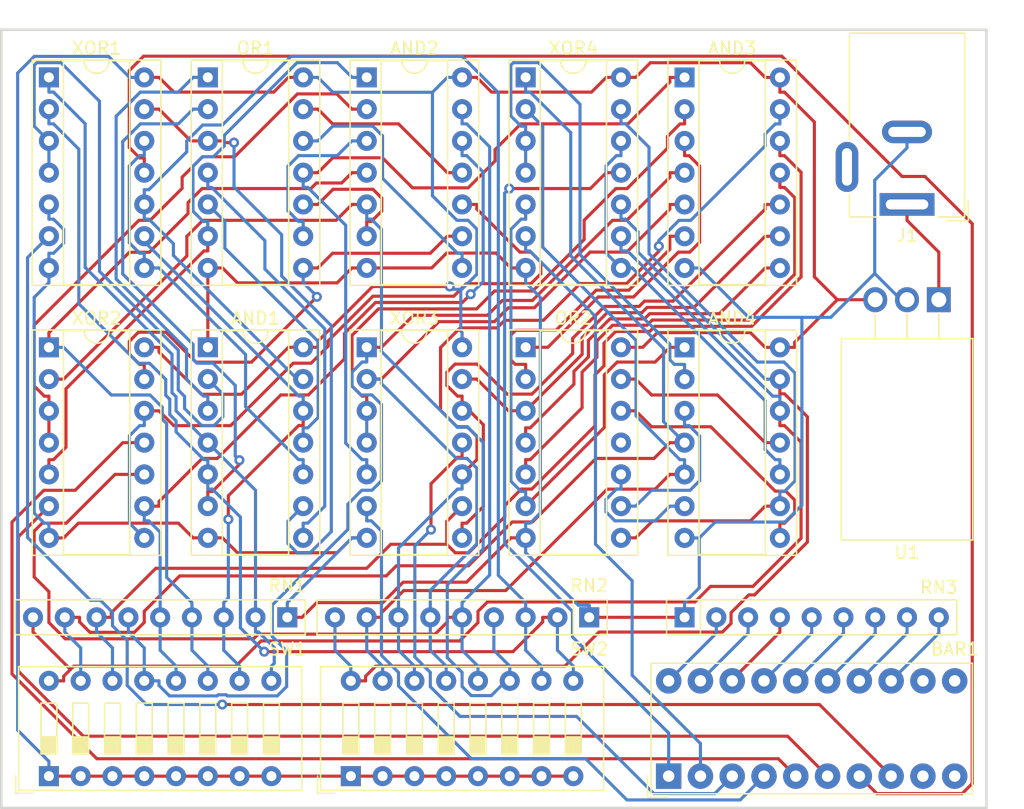
<source format=kicad_pcb>
(kicad_pcb (version 20221018) (generator pcbnew)
  (layers (0 "F.Cu" signal "Top") (31 "B.Cu" signal "Bot") (34 "B.Paste" user) (35 "F.Paste" user) (36 "B.SilkS" user "BotSilk") (37 "F.SilkS" user "TopSilk") (38 "B.Mask" user "BotMask") (39 "F.Mask" user "TopMask") (44 "Edge.Cuts" user "Board"))
  (net 0 "")
  (net 1 "GND")
  (net 2 "Net-(AND1-Pad2)")
  (net 3 "Net-(AND1-Pad3)")
  (net 4 "A_{0}")
  (net 5 "B_{0}")
  (net 6 "Net-(AND1-Pad6)")
  (net 7 "Net-(AND1-Pad8)")
  (net 8 "/full_adder/C_{out}")
  (net 9 "Net-(AND1-Pad10)")
  (net 10 "Net-(AND1-Pad11)")
  (net 11 "A_{1}")
  (net 12 "B_{1}")
  (net 13 "+5V")
  (net 14 "/full_adder1/C_{out}")
  (net 15 "Net-(AND2-Pad2)")
  (net 16 "Net-(AND2-Pad3)")
  (net 17 "A_{2}")
  (net 18 "B_{2}")
  (net 19 "Net-(AND2-Pad6)")
  (net 20 "Net-(AND2-Pad8)")
  (net 21 "/full_adder2/C_{out}")
  (net 22 "Net-(AND2-Pad10)")
  (net 23 "Net-(AND2-Pad11)")
  (net 24 "A_{3}")
  (net 25 "B_{3}")
  (net 26 "/full_adder3/C_{out}")
  (net 27 "Net-(AND3-Pad2)")
  (net 28 "Net-(AND3-Pad3)")
  (net 29 "A_{4}")
  (net 30 "B_{4}")
  (net 31 "Net-(AND3-Pad6)")
  (net 32 "Net-(AND3-Pad8)")
  (net 33 "/full_adder4/C_{in}")
  (net 34 "Net-(AND3-Pad10)")
  (net 35 "Net-(AND3-Pad11)")
  (net 36 "A_{5}")
  (net 37 "B_{5}")
  (net 38 "/full_adder4/C_{out}")
  (net 39 "Net-(AND4-Pad2)")
  (net 40 "Net-(AND4-Pad3)")
  (net 41 "A_{6}")
  (net 42 "B_{6}")
  (net 43 "Net-(AND4-Pad6)")
  (net 44 "Net-(AND4-Pad8)")
  (net 45 "/full_adder6/C_{out}")
  (net 46 "Net-(AND4-Pad10)")
  (net 47 "Net-(AND4-Pad11)")
  (net 48 "A_{7}")
  (net 49 "B_{7}")
  (net 50 "C_{0}")
  (net 51 "C_{1}")
  (net 52 "C_{2}")
  (net 53 "C_{3}")
  (net 54 "C_{4}")
  (net 55 "C_{5}")
  (net 56 "C_{6}")
  (net 57 "C_{7}")
  (net 62 "Net-(RN3-R8)")
  (net 63 "Net-(RN3-R7)")
  (net 64 "Net-(RN3-R6)")
  (net 65 "Net-(RN3-R5)")
  (net 66 "Net-(RN3-R4)")
  (net 67 "Net-(RN3-R3)")
  (net 68 "Net-(RN3-R2)")
  (net 69 "Net-(RN3-R1)")
  (net 70 "/full_adder7/C_{out}")
  (net 71 "Net-(U1-IN)")
  (footprint "Connector_BarrelJack:BarrelJack_Wuerth_6941xx301002" (layer "F.Cu") (at 124.46 44.45 180)
    (fp_text reference "J1")
    (fp_text value "Barrel_Jack_MountingPin")
  )
  (footprint "Package_DIP:DIP-14_W7.62mm_Socket" (layer "F.Cu") (at 93.98 55.875)
    (fp_text reference "OR2")
    (fp_text value "OR" hide)
  )
  (footprint "Package_DIP:DIP-14_W7.62mm_Socket" (layer "F.Cu") (at 106.68 34.295)
    (fp_text reference "AND3")
    (fp_text value "AND" hide)
  )
  (footprint "Package_DIP:DIP-14_W7.62mm_Socket" (layer "F.Cu") (at 81.28 55.875)
    (fp_text reference "XOR3")
    (fp_text value "XOR" hide)
  )
  (footprint "Package_TO_SOT_THT:TO-220F-3_Horizontal_TabDown" (layer "F.Cu") (at 127 52.07 180)
    (fp_text reference "U1")
    (fp_text value "L7805")
  )
  (footprint "Button_Switch_THT:SW_DIP_SPSTx08_Slide_9.78x22.5mm_W7.62mm_P2.54mm" (layer "F.Cu") (at 80.01 90.17 90)
    (fp_text reference "SW2")
    (fp_text value "SW_DIP_x08" hide)
  )
  (footprint "Resistor_THT:R_Array_SIP9" (layer "F.Cu") (at 99.06 77.47 180)
    (fp_text reference "RN2")
    (fp_text value "R_Network08" hide)
  )
  (footprint "Package_DIP:DIP-14_W7.62mm_Socket" (layer "F.Cu") (at 68.58 34.29)
    (fp_text reference "OR1")
    (fp_text value "OR" hide)
  )
  (footprint "Button_Switch_THT:SW_DIP_SPSTx08_Slide_9.78x22.5mm_W7.62mm_P2.54mm" (layer "F.Cu") (at 55.88 90.17 90)
    (fp_text reference "SW1")
    (fp_text value "SW_DIP_x08" hide)
  )
  (footprint "Resistor_THT:R_Array_SIP9" (layer "F.Cu") (at 74.93 77.47 180)
    (fp_text reference "RN1")
    (fp_text value "R_Network08" hide)
  )
  (footprint "Package_DIP:DIP-14_W7.62mm_Socket" (layer "F.Cu") (at 55.88 55.88)
    (fp_text reference "XOR2")
    (fp_text value "XOR" hide)
  )
  (footprint "Display:HDSP-4830" (layer "F.Cu") (at 105.41 90.17 90)
    (fp_text reference "BAR1")
    (fp_text value "HDSP-4830_2")
  )
  (footprint "Package_DIP:DIP-14_W7.62mm_Socket" (layer "F.Cu") (at 93.98 34.29)
    (fp_text reference "XOR4")
    (fp_text value "XOR" hide)
  )
  (footprint "Resistor_THT:R_Array_SIP9" (layer "F.Cu") (at 106.68 77.47)
    (fp_text reference "RN3")
    (fp_text value "R_Network08" hide)
  )
  (footprint "Package_DIP:DIP-14_W7.62mm_Socket" (layer "F.Cu") (at 55.88 34.29)
    (fp_text reference "XOR1")
    (fp_text value "XOR" hide)
  )
  (footprint "Package_DIP:DIP-14_W7.62mm_Socket" (layer "F.Cu") (at 68.58 55.875)
    (fp_text reference "AND1")
    (fp_text value "AND" hide)
  )
  (footprint "Package_DIP:DIP-14_W7.62mm_Socket" (layer "F.Cu") (at 106.68 55.88)
    (fp_text reference "AND4")
    (fp_text value "AND" hide)
  )
  (footprint "Package_DIP:DIP-14_W7.62mm_Socket" (layer "F.Cu") (at 81.28 34.29)
    (fp_text reference "AND2")
    (fp_text value "AND" hide)
  )
  (gr_rect (start 52.07 30.48) (end 130.81 92.71) (stroke (width 0.2)) (fill none) (layer "Edge.Cuts"))
  (segment (start 80.1031 49.53) (end 78.9097 50.7234) (width 0.25) (layer "F.Cu") (net 1))
  (segment (start 93.98 49.53) (end 92.8031 49.53) (width 0.25) (layer "F.Cu") (net 1))
  (segment (start 57.0569 71.12) (end 58.2387 69.9382) (width 0.25) (layer "F.Cu") (net 1))
  (segment (start 70.9457 72.3038) (end 69.7569 71.115) (width 0.25) (layer "F.Cu") (net 1))
  (segment (start 92.8031 71.115) (end 89.2604 74.6577) (width 0.25) (layer "F.Cu") (net 1))
  (segment (start 58.2387 69.9382) (end 66.2263 69.9382) (width 0.25) (layer "F.Cu") (net 1))
  (segment (start 81.28 49.53) (end 80.1031 49.53) (width 0.25) (layer "F.Cu") (net 1))
  (segment (start 106.68 77.47) (end 99.06 77.47) (width 0.25) (layer "F.Cu") (net 1))
  (segment (start 68.58 55.875) (end 68.58 49.53) (width 0.25) (layer "F.Cu") (net 1))
  (segment (start 70.9503 50.7234) (end 69.7569 49.53) (width 0.25) (layer "F.Cu") (net 1))
  (segment (start 82.5603 76.2931) (end 77.2838 76.2931) (width 0.25) (layer "F.Cu") (net 1))
  (segment (start 81.28 71.115) (end 80.1031 71.115) (width 0.25) (layer "F.Cu") (net 1))
  (segment (start 86.4726 49.53) (end 82.4569 49.53) (width 0.25) (layer "F.Cu") (net 1))
  (segment (start 68.58 71.115) (end 69.7569 71.115) (width 0.25) (layer "F.Cu") (net 1))
  (segment (start 91.6125 48.3394) (end 87.6632 48.3394) (width 0.25) (layer "F.Cu") (net 1))
  (segment (start 93.98 71.115) (end 92.8031 71.115) (width 0.25) (layer "F.Cu") (net 1))
  (segment (start 78.9143 72.3038) (end 70.9457 72.3038) (width 0.25) (layer "F.Cu") (net 1))
  (segment (start 81.28 49.53) (end 82.4569 49.53) (width 0.25) (layer "F.Cu") (net 1))
  (segment (start 87.6632 48.3394) (end 86.4726 49.53) (width 0.25) (layer "F.Cu") (net 1))
  (segment (start 68.58 49.53) (end 69.7569 49.53) (width 0.25) (layer "F.Cu") (net 1))
  (segment (start 89.2604 74.6577) (end 84.1957 74.6577) (width 0.25) (layer "F.Cu") (net 1))
  (segment (start 74.93 77.47) (end 76.1069 77.47) (width 0.25) (layer "F.Cu") (net 1))
  (segment (start 77.2838 76.2931) (end 76.1069 77.47) (width 0.25) (layer "F.Cu") (net 1))
  (segment (start 84.1957 74.6577) (end 82.5603 76.2931) (width 0.25) (layer "F.Cu") (net 1))
  (segment (start 92.8031 49.53) (end 91.6125 48.3394) (width 0.25) (layer "F.Cu") (net 1))
  (segment (start 55.88 71.12) (end 57.0569 71.12) (width 0.25) (layer "F.Cu") (net 1))
  (segment (start 80.1031 71.115) (end 78.9143 72.3038) (width 0.25) (layer "F.Cu") (net 1))
  (segment (start 68.58 71.115) (end 67.4031 71.115) (width 0.25) (layer "F.Cu") (net 1))
  (segment (start 66.2263 69.9382) (end 67.4031 71.115) (width 0.25) (layer "F.Cu") (net 1))
  (segment (start 78.9097 50.7234) (end 70.9503 50.7234) (width 0.25) (layer "F.Cu") (net 1))
  (segment (start 106.68 49.535) (end 107.8569 49.535) (width 0.25) (layer "B.Cu") (net 1))
  (segment (start 56.2458 45.6269) (end 57.057 46.4381) (width 0.25) (layer "B.Cu") (net 1))
  (segment (start 55.88 48.9415) (end 55.88 48.3531) (width 0.25) (layer "B.Cu") (net 1))
  (segment (start 106.68 77.47) (end 106.68 76.2931) (width 0.25) (layer "B.Cu") (net 1))
  (segment (start 57.057 47.5439) (end 56.2478 48.3531) (width 0.25) (layer "B.Cu") (net 1))
  (segment (start 94.3458 69.9381) (end 93.98 69.9381) (width 0.25) (layer "B.Cu") (net 1))
  (segment (start 114.7043 69.85) (end 116.0584 68.4959) (width 0.25) (layer "B.Cu") (net 1))
  (segment (start 99.06 76.501) (end 98.1891 76.501) (width 0.25) (layer "B.Cu") (net 1))
  (segment (start 98.1891 76.501) (end 93.98 72.2919) (width 0.25) (layer "B.Cu") (net 1))
  (segment (start 56.2478 48.3531) (end 55.88 48.3531) (width 0.25) (layer "B.Cu") (net 1))
  (segment (start 124.46 38.65) (end 124.46 39.9269) (width 0.25) (layer "B.Cu") (net 1))
  (segment (start 55.88 69.9431) (end 55.5121 69.9431) (width 0.25) (layer "B.Cu") (net 1))
  (segment (start 54.7031 69.1341) (end 54.7031 51.8838) (width 0.25) (layer "B.Cu") (net 1))
  (segment (start 107.8569 75.1162) (end 107.8569 71.12) (width 0.25) (layer "B.Cu") (net 1))
  (segment (start 55.88 49.53) (end 55.88 50.7069) (width 0.25) (layer "B.Cu") (net 1))
  (segment (start 107.8569 71.12) (end 109.1269 69.85) (width 0.25) (layer "B.Cu") (net 1))
  (segment (start 57.057 46.4381) (end 57.057 47.5439) (width 0.25) (layer "B.Cu") (net 1))
  (segment (start 116.0584 53.48) (end 111.8019 53.48) (width 0.25) (layer "B.Cu") (net 1))
  (segment (start 80.1031 71.12) (end 80.1031 71.115) (width 0.25) (layer "B.Cu") (net 1))
  (segment (start 118.3678 53.48) (end 116.0584 53.48) (width 0.25) (layer "B.Cu") (net 1))
  (segment (start 99.06 77.47) (end 99.06 76.501) (width 0.25) (layer "B.Cu") (net 1))
  (segment (start 55.88 71.12) (end 55.88 69.9431) (width 0.25) (layer "B.Cu") (net 1))
  (segment (start 95.1569 69.127) (end 94.3458 69.9381) (width 0.25) (layer "B.Cu") (net 1))
  (segment (start 121.8768 49.971) (end 118.3678 53.48) (width 0.25) (layer "B.Cu") (net 1))
  (segment (start 93.98 49.53) (end 93.98 50.7069) (width 0.25) (layer "B.Cu") (net 1))
  (segment (start 121.8768 42.5101) (end 124.46 39.9269) (width 0.25) (layer "B.Cu") (net 1))
  (segment (start 54.7031 51.8838) (end 55.88 50.7069) (width 0.25) (layer "B.Cu") (net 1))
  (segment (start 124.46 52.07) (end 123.9758 52.07) (width 0.25) (layer "B.Cu") (net 1))
  (segment (start 116.0584 68.4959) (end 116.0584 53.48) (width 0.25) (layer "B.Cu") (net 1))
  (segment (start 106.68 71.12) (end 107.8569 71.12) (width 0.25) (layer "B.Cu") (net 1))
  (segment (start 81.28 71.115) (end 80.1031 71.115) (width 0.25) (layer "B.Cu") (net 1))
  (segment (start 111.8019 53.48) (end 107.8569 49.535) (width 0.25) (layer "B.Cu") (net 1))
  (segment (start 93.98 71.115) (end 93.98 72.2919) (width 0.25) (layer "B.Cu") (net 1))
  (segment (start 55.88 44.45) (end 55.88 45.6269) (width 0.25) (layer "B.Cu") (net 1))
  (segment (start 121.8768 49.971) (end 121.8768 42.5101) (width 0.25) (layer "B.Cu") (net 1))
  (segment (start 95.1569 51.8838) (end 95.1569 69.127) (width 0.25) (layer "B.Cu") (net 1))
  (segment (start 55.88 45.6269) (end 56.2458 45.6269) (width 0.25) (layer "B.Cu") (net 1))
  (segment (start 74.93 77.47) (end 74.93 76.2931) (width 0.25) (layer "B.Cu") (net 1))
  (segment (start 93.98 50.7069) (end 95.1569 51.8838) (width 0.25) (layer "B.Cu") (net 1))
  (segment (start 55.5121 69.9431) (end 54.7031 69.1341) (width 0.25) (layer "B.Cu") (net 1))
  (segment (start 109.1269 69.85) (end 114.7043 69.85) (width 0.25) (layer "B.Cu") (net 1))
  (segment (start 93.98 71.115) (end 93.98 69.9381) (width 0.25) (layer "B.Cu") (net 1))
  (segment (start 123.9758 52.07) (end 121.8768 49.971) (width 0.25) (layer "B.Cu") (net 1))
  (segment (start 74.93 76.2931) (end 80.1031 71.12) (width 0.25) (layer "B.Cu") (net 1))
  (segment (start 55.88 48.9415) (end 55.88 49.53) (width 0.25) (layer "B.Cu") (net 1))
  (segment (start 106.68 76.2931) (end 107.8569 75.1162) (width 0.25) (layer "B.Cu") (net 1))
  (segment (start 55.88 39.37) (end 55.88 41.91) (width 0.25) (layer "B.Cu") (net 2))
  (segment (start 69.0659 62.1498) (end 69.7811 61.4346) (width 0.25) (layer "B.Cu") (net 2))
  (segment (start 66.7203 59.7965) (end 66.7203 60.7674) (width 0.25) (layer "B.Cu") (net 2))
  (segment (start 54.7018 33.3287) (end 54.9174 33.1131) (width 0.25) (layer "B.Cu") (net 2))
  (segment (start 68.1027 62.1498) (end 69.0659 62.1498) (width 0.25) (layer "B.Cu") (net 2))
  (segment (start 54.9174 33.1131) (end 56.8373 33.1131) (width 0.25) (layer "B.Cu") (net 2))
  (segment (start 59.9195 36.1953) (end 59.9195 49.7975) (width 0.25) (layer "B.Cu") (net 2))
  (segment (start 69.7811 59.6161) (end 68.58 58.415) (width 0.25) (layer "B.Cu") (net 2))
  (segment (start 66.7203 60.7674) (end 68.1027 62.1498) (width 0.25) (layer "B.Cu") (net 2))
  (segment (start 54.7018 38.1918) (end 54.7018 33.3287) (width 0.25) (layer "B.Cu") (net 2))
  (segment (start 55.88 39.37) (end 54.7018 38.1918) (width 0.25) (layer "B.Cu") (net 2))
  (segment (start 69.7811 61.4346) (end 69.7811 59.6161) (width 0.25) (layer "B.Cu") (net 2))
  (segment (start 59.9195 49.7975) (end 66.2185 56.0965) (width 0.25) (layer "B.Cu") (net 2))
  (segment (start 56.8373 33.1131) (end 59.9195 36.1953) (width 0.25) (layer "B.Cu") (net 2))
  (segment (start 66.2185 59.2947) (end 66.7203 59.7965) (width 0.25) (layer "B.Cu") (net 2))
  (segment (start 66.2185 56.0965) (end 66.2185 59.2947) (width 0.25) (layer "B.Cu") (net 2))
  (segment (start 63.1837 35.4669) (end 61.2513 37.3993) (width 0.25) (layer "B.Cu") (net 3))
  (segment (start 61.2513 37.3993) (end 61.2513 50.4108) (width 0.25) (layer "B.Cu") (net 3))
  (segment (start 68.58 60.955) (end 68.58 59.7781) (width 0.25) (layer "B.Cu") (net 3))
  (segment (start 67.4031 34.29) (end 66.2262 35.4669) (width 0.25) (layer "B.Cu") (net 3))
  (segment (start 68.58 34.29) (end 67.4031 34.29) (width 0.25) (layer "B.Cu") (net 3))
  (segment (start 66.2262 35.4669) (end 63.1837 35.4669) (width 0.25) (layer "B.Cu") (net 3))
  (segment (start 61.2513 50.4108) (end 66.8788 56.0383) (width 0.25) (layer "B.Cu") (net 3))
  (segment (start 66.8788 58.4213) (end 68.2356 59.7781) (width 0.25) (layer "B.Cu") (net 3))
  (segment (start 66.8788 56.0383) (end 66.8788 58.4213) (width 0.25) (layer "B.Cu") (net 3))
  (segment (start 68.2356 59.7781) (end 68.58 59.7781) (width 0.25) (layer "B.Cu") (net 3))
  (segment (start 72.6372 78.6469) (end 72.39 78.6469) (width 0.25) (layer "B.Cu") (net 4))
  (segment (start 72.39 77.47) (end 72.39 78.6469) (width 0.25) (layer "B.Cu") (net 4))
  (segment (start 58.7756 37.9947) (end 58.7756 49.4913) (width 0.25) (layer "B.Cu") (net 4))
  (segment (start 73.8882 81.1449) (end 73.8882 79.8979) (width 0.25) (layer "B.Cu") (net 4))
  (segment (start 55.88 34.29) (end 55.88 35.4669) (width 0.25) (layer "B.Cu") (net 4))
  (segment (start 55.88 35.4669) (end 56.2478 35.4669) (width 0.25) (layer "B.Cu") (net 4))
  (segment (start 73.66 81.3731) (end 73.8882 81.1449) (width 0.25) (layer "B.Cu") (net 4))
  (segment (start 73.66 82.55) (end 73.66 81.3731) (width 0.25) (layer "B.Cu") (net 4))
  (segment (start 72.39 77.47) (end 72.39 67.305) (width 0.25) (layer "B.Cu") (net 4))
  (segment (start 72.39 67.305) (end 68.58 63.495) (width 0.25) (layer "B.Cu") (net 4))
  (segment (start 73.8882 79.8979) (end 72.6372 78.6469) (width 0.25) (layer "B.Cu") (net 4))
  (segment (start 65.7165 56.4322) (end 65.7165 59.5026) (width 0.25) (layer "B.Cu") (net 4))
  (segment (start 66.0417 59.8278) (end 66.0417 60.9567) (width 0.25) (layer "B.Cu") (net 4))
  (segment (start 66.0417 60.9567) (end 68.58 63.495) (width 0.25) (layer "B.Cu") (net 4))
  (segment (start 56.2478 35.4669) (end 58.7756 37.9947) (width 0.25) (layer "B.Cu") (net 4))
  (segment (start 65.7165 59.5026) (end 66.0417 59.8278) (width 0.25) (layer "B.Cu") (net 4))
  (segment (start 58.7756 49.4913) (end 65.7165 56.4322) (width 0.25) (layer "B.Cu") (net 4))
  (segment (start 95.3431 77.8377) (end 92.9651 80.2157) (width 0.25) (layer "F.Cu") (net 5))
  (segment (start 92.9651 80.2157) (end 73.0864 80.2157) (width 0.25) (layer "F.Cu") (net 5))
  (segment (start 95.3431 77.47) (end 95.3431 77.8377) (width 0.25) (layer "F.Cu") (net 5))
  (segment (start 96.52 77.47) (end 95.3431 77.47) (width 0.25) (layer "F.Cu") (net 5))
  (via (at 73.0864 80.2157) (size 0.8) (drill 0.4) (layers "F.Cu" "B.Cu") (net 5))
  (segment (start 96.52 80.1031) (end 97.79 81.3731) (width 0.25) (layer "B.Cu") (net 5))
  (segment (start 56.2458 38.0069) (end 58.2678 40.0289) (width 0.25) (layer "B.Cu") (net 5))
  (segment (start 66.0416 61.7612) (end 66.0416 62.6371) (width 0.25) (layer "B.Cu") (net 5))
  (segment (start 55.88 36.83) (end 55.88 38.0069) (width 0.25) (layer "B.Cu") (net 5))
  (segment (start 55.88 38.0069) (end 56.2458 38.0069) (width 0.25) (layer "B.Cu") (net 5))
  (segment (start 65.5397 61.2593) (end 66.0416 61.7612) (width 0.25) (layer "B.Cu") (net 5))
  (segment (start 66.0416 62.6371) (end 68.2626 64.8581) (width 0.25) (layer "B.Cu") (net 5))
  (segment (start 71.1861 78.3154) (end 73.0864 80.2157) (width 0.25) (layer "B.Cu") (net 5))
  (segment (start 68.2626 64.8581) (end 68.58 64.8581) (width 0.25) (layer "B.Cu") (net 5))
  (segment (start 65.5397 60.0356) (end 65.5397 61.2593) (width 0.25) (layer "B.Cu") (net 5))
  (segment (start 68.58 66.035) (end 68.58 64.8581) (width 0.25) (layer "B.Cu") (net 5))
  (segment (start 97.79 82.55) (end 97.79 81.3731) (width 0.25) (layer "B.Cu") (net 5))
  (segment (start 96.52 77.47) (end 96.52 80.1031) (width 0.25) (layer "B.Cu") (net 5))
  (segment (start 58.2678 52.3941) (end 63.0237 57.15) (width 0.25) (layer "B.Cu") (net 5))
  (segment (start 68.9458 67.2119) (end 71.1861 69.4522) (width 0.25) (layer "B.Cu") (net 5))
  (segment (start 63.0237 57.15) (end 63.9226 57.15) (width 0.25) (layer "B.Cu") (net 5))
  (segment (start 65.2146 58.442) (end 65.2146 59.7105) (width 0.25) (layer "B.Cu") (net 5))
  (segment (start 68.58 67.2119) (end 68.9458 67.2119) (width 0.25) (layer "B.Cu") (net 5))
  (segment (start 63.9226 57.15) (end 65.2146 58.442) (width 0.25) (layer "B.Cu") (net 5))
  (segment (start 68.58 66.035) (end 68.58 67.2119) (width 0.25) (layer "B.Cu") (net 5))
  (segment (start 58.2678 40.0289) (end 58.2678 52.3941) (width 0.25) (layer "B.Cu") (net 5))
  (segment (start 71.1861 69.4522) (end 71.1861 78.3154) (width 0.25) (layer "B.Cu") (net 5))
  (segment (start 65.2146 59.7105) (end 65.5397 60.0356) (width 0.25) (layer "B.Cu") (net 5))
  (segment (start 71.1029 65.243) (end 71.1029 64.9024) (width 0.25) (layer "F.Cu") (net 6))
  (segment (start 68.58 67.3981) (end 68.9478 67.3981) (width 0.25) (layer "F.Cu") (net 6))
  (segment (start 68.58 68.575) (end 68.58 67.3981) (width 0.25) (layer "F.Cu") (net 6))
  (segment (start 68.9478 67.3981) (end 71.1029 65.243) (width 0.25) (layer "F.Cu") (net 6))
  (via (at 71.1029 64.9024) (size 0.8) (drill 0.4) (layers "F.Cu" "B.Cu") (net 6))
  (segment (start 61.7776 39.4237) (end 61.7776 50.0167) (width 0.25) (layer "B.Cu") (net 6))
  (segment (start 68.58 36.83) (end 67.4031 36.83) (width 0.25) (layer "B.Cu") (net 6))
  (segment (start 61.7776 50.0167) (end 67.4031 55.6422) (width 0.25) (layer "B.Cu") (net 6))
  (segment (start 66.2262 38.0069) (end 63.1944 38.0069) (width 0.25) (layer "B.Cu") (net 6))
  (segment (start 68.9954 57.145) (end 70.7715 58.9211) (width 0.25) (layer "B.Cu") (net 6))
  (segment (start 67.4031 56.831) (end 67.7171 57.145) (width 0.25) (layer "B.Cu") (net 6))
  (segment (start 67.4031 36.83) (end 66.2262 38.0069) (width 0.25) (layer "B.Cu") (net 6))
  (segment (start 70.7715 58.9211) (end 70.7715 64.571) (width 0.25) (layer "B.Cu") (net 6))
  (segment (start 70.7715 64.571) (end 71.1029 64.9024) (width 0.25) (layer "B.Cu") (net 6))
  (segment (start 63.1944 38.0069) (end 61.7776 39.4237) (width 0.25) (layer "B.Cu") (net 6))
  (segment (start 67.4031 55.6422) (end 67.4031 56.831) (width 0.25) (layer "B.Cu") (net 6))
  (segment (start 67.7171 57.145) (end 68.9954 57.145) (width 0.25) (layer "B.Cu") (net 6))
  (segment (start 73.142 49.6177) (end 73.142 47.3464) (width 0.25) (layer "B.Cu") (net 7))
  (segment (start 68.58 41.91) (end 68.58 43.0869) (width 0.25) (layer "B.Cu") (net 7))
  (segment (start 77.9237 54.3994) (end 73.142 49.6177) (width 0.25) (layer "B.Cu") (net 7))
  (segment (start 76.5678 69.9381) (end 77.9237 68.5822) (width 0.25) (layer "B.Cu") (net 7))
  (segment (start 77.9237 68.5822) (end 77.9237 54.3994) (width 0.25) (layer "B.Cu") (net 7))
  (segment (start 73.142 47.3464) (end 68.8825 43.0869) (width 0.25) (layer "B.Cu") (net 7))
  (segment (start 76.2 71.115) (end 76.2 69.9381) (width 0.25) (layer "B.Cu") (net 7))
  (segment (start 68.8825 43.0869) (end 68.58 43.0869) (width 0.25) (layer "B.Cu") (net 7))
  (segment (start 76.2 69.9381) (end 76.5678 69.9381) (width 0.25) (layer "B.Cu") (net 7))
  (segment (start 64.6769 36.83) (end 67.2169 39.37) (width 0.25) (layer "F.Cu") (net 8))
  (segment (start 67.2169 39.37) (end 68.58 39.37) (width 0.25) (layer "F.Cu") (net 8))
  (segment (start 63.5 36.83) (end 64.6769 36.83) (width 0.25) (layer "F.Cu") (net 8))
  (segment (start 70.6732 39.5055) (end 69.8924 39.5055) (width 0.25) (layer "F.Cu") (net 8))
  (segment (start 69.8924 39.5055) (end 69.7569 39.37) (width 0.25) (layer "F.Cu") (net 8))
  (segment (start 68.58 39.37) (end 69.7569 39.37) (width 0.25) (layer "F.Cu") (net 8))
  (via (at 70.6732 39.5055) (size 0.8) (drill 0.4) (layers "F.Cu" "B.Cu") (net 8))
  (segment (start 74.4799 50.1746) (end 74.4799 46.8719) (width 0.25) (layer "B.Cu") (net 8))
  (segment (start 74.9813 69.7937) (end 74.9813 71.5676) (width 0.25) (layer "B.Cu") (net 8))
  (segment (start 78.4503 54.145) (end 74.4799 50.1746) (width 0.25) (layer "B.Cu") (net 8))
  (segment (start 76.7034 72.3598) (end 78.4503 70.6129) (width 0.25) (layer "B.Cu") (net 8))
  (segment (start 78.4503 70.6129) (end 78.4503 54.145) (width 0.25) (layer "B.Cu") (net 8))
  (segment (start 74.4799 46.8719) (end 70.6732 43.0652) (width 0.25) (layer "B.Cu") (net 8))
  (segment (start 74.9813 71.5676) (end 75.7735 72.3598) (width 0.25) (layer "B.Cu") (net 8))
  (segment (start 76.2 68.575) (end 74.9813 69.7937) (width 0.25) (layer "B.Cu") (net 8))
  (segment (start 75.7735 72.3598) (end 76.7034 72.3598) (width 0.25) (layer "B.Cu") (net 8))
  (segment (start 70.6732 43.0652) (end 70.6732 39.5055) (width 0.25) (layer "B.Cu") (net 8))
  (segment (start 71.5967 60.6227) (end 75.8321 64.8581) (width 0.25) (layer "B.Cu") (net 9))
  (segment (start 75.8321 64.8581) (end 76.2 64.8581) (width 0.25) (layer "B.Cu") (net 9))
  (segment (start 63.5 48.3531) (end 63.1364 48.3531) (width 0.25) (layer "B.Cu") (net 9))
  (segment (start 63.1322 40.5469) (end 63.5 40.5469) (width 0.25) (layer "B.Cu") (net 9))
  (segment (start 62.3038 47.5205) (end 62.3038 41.3753) (width 0.25) (layer "B.Cu") (net 9))
  (segment (start 71.5967 56.4498) (end 71.5967 60.6227) (width 0.25) (layer "B.Cu") (net 9))
  (segment (start 63.5 39.37) (end 63.5 40.5469) (width 0.25) (layer "B.Cu") (net 9))
  (segment (start 76.2 66.035) (end 76.2 64.8581) (width 0.25) (layer "B.Cu") (net 9))
  (segment (start 62.3038 41.3753) (end 63.1322 40.5469) (width 0.25) (layer "B.Cu") (net 9))
  (segment (start 63.5 49.53) (end 64.6769 49.53) (width 0.25) (layer "B.Cu") (net 9))
  (segment (start 64.6769 49.53) (end 71.5967 56.4498) (width 0.25) (layer "B.Cu") (net 9))
  (segment (start 63.5 49.53) (end 63.5 48.3531) (width 0.25) (layer "B.Cu") (net 9))
  (segment (start 63.1364 48.3531) (end 62.3038 47.5205) (width 0.25) (layer "B.Cu") (net 9))
  (segment (start 76.2 62.3181) (end 76.5678 62.3181) (width 0.25) (layer "B.Cu") (net 10))
  (segment (start 76.2 63.495) (end 76.2 62.3181) (width 0.25) (layer "B.Cu") (net 10))
  (segment (start 77.3986 61.4873) (end 77.3986 55.4093) (width 0.25) (layer "B.Cu") (net 10))
  (segment (start 76.5678 62.3181) (end 77.3986 61.4873) (width 0.25) (layer "B.Cu") (net 10))
  (segment (start 77.3986 55.4093) (end 69.9446 47.9553) (width 0.25) (layer "B.Cu") (net 10))
  (segment (start 69.9446 47.9553) (end 69.9446 45.8146) (width 0.25) (layer "B.Cu") (net 10))
  (segment (start 69.9446 45.8146) (end 68.58 44.45) (width 0.25) (layer "B.Cu") (net 10))
  (segment (start 70.2206 69.6338) (end 70.2206 67.7455) (width 0.25) (layer "F.Cu") (net 11))
  (segment (start 75.8342 62.1319) (end 76.2 62.1319) (width 0.25) (layer "F.Cu") (net 11))
  (segment (start 70.2206 67.7455) (end 75.8342 62.1319) (width 0.25) (layer "F.Cu") (net 11))
  (segment (start 76.2 60.955) (end 76.2 62.1319) (width 0.25) (layer "F.Cu") (net 11))
  (via (at 70.2206 69.6338) (size 0.8) (drill 0.4) (layers "F.Cu" "B.Cu") (net 11))
  (segment (start 69.85 76.2931) (end 70.2206 75.9225) (width 0.25) (layer "B.Cu") (net 11))
  (segment (start 76.2 60.955) (end 76.2 59.7781) (width 0.25) (layer "B.Cu") (net 11))
  (segment (start 63.5 47.4137) (end 63.5 46.99) (width 0.25) (layer "B.Cu") (net 11))
  (segment (start 71.12 82.55) (end 71.12 81.3731) (width 0.25) (layer "B.Cu") (net 11))
  (segment (start 76.2 59.7781) (end 75.8644 59.7781) (width 0.25) (layer "B.Cu") (net 11))
  (segment (start 69.85 77.47) (end 69.85 80.1031) (width 0.25) (layer "B.Cu") (net 11))
  (segment (start 70.2206 75.9225) (end 70.2206 69.6338) (width 0.25) (layer "B.Cu") (net 11))
  (segment (start 69.85 77.47) (end 69.85 76.2931) (width 0.25) (layer "B.Cu") (net 11))
  (segment (start 69.85 80.1031) (end 71.12 81.3731) (width 0.25) (layer "B.Cu") (net 11))
  (segment (start 75.8644 59.7781) (end 63.5 47.4137) (width 0.25) (layer "B.Cu") (net 11))
  (segment (start 65.8304 48.5277) (end 65.8304 47.5915) (width 0.25) (layer "B.Cu") (net 12))
  (segment (start 75.2331 32.6104) (end 69.7435 38.1) (width 0.25) (layer "B.Cu") (net 12))
  (segment (start 66.892 40.2469) (end 63.8658 43.2731) (width 0.25) (layer "B.Cu") (net 12))
  (segment (start 88.8987 32.6104) (end 75.2331 32.6104) (width 0.25) (layer "B.Cu") (net 12))
  (segment (start 66.892 39.3815) (end 66.892 40.2469) (width 0.25) (layer "B.Cu") (net 12))
  (segment (start 93.98 76.2931) (end 91.7974 74.1105) (width 0.25) (layer "B.Cu") (net 12))
  (segment (start 68.1735 38.1) (end 66.892 39.3815) (width 0.25) (layer "B.Cu") (net 12))
  (segment (start 69.7435 38.1) (end 68.1735 38.1) (width 0.25) (layer "B.Cu") (net 12))
  (segment (start 63.5 44.45) (end 63.5 43.2731) (width 0.25) (layer "B.Cu") (net 12))
  (segment (start 95.25 81.3731) (end 93.98 80.1031) (width 0.25) (layer "B.Cu") (net 12))
  (segment (start 93.98 77.47) (end 93.98 76.2931) (width 0.25) (layer "B.Cu") (net 12))
  (segment (start 63.8658 43.2731) (end 63.5 43.2731) (width 0.25) (layer "B.Cu") (net 12))
  (segment (start 63.5 44.45) (end 63.5 45.6269) (width 0.25) (layer "B.Cu") (net 12))
  (segment (start 93.98 80.1031) (end 93.98 77.47) (width 0.25) (layer "B.Cu") (net 12))
  (segment (start 95.25 81.9615) (end 95.25 82.55) (width 0.25) (layer "B.Cu") (net 12))
  (segment (start 91.7974 35.5091) (end 88.8987 32.6104) (width 0.25) (layer "B.Cu") (net 12))
  (segment (start 75.7177 58.415) (end 65.8304 48.5277) (width 0.25) (layer "B.Cu") (net 12))
  (segment (start 63.8658 45.6269) (end 63.5 45.6269) (width 0.25) (layer "B.Cu") (net 12))
  (segment (start 91.7974 74.1105) (end 91.7974 35.5091) (width 0.25) (layer "B.Cu") (net 12))
  (segment (start 65.8304 47.5915) (end 63.8658 45.6269) (width 0.25) (layer "B.Cu") (net 12))
  (segment (start 76.2 58.415) (end 75.7177 58.415) (width 0.25) (layer "B.Cu") (net 12))
  (segment (start 95.25 81.9615) (end 95.25 81.3731) (width 0.25) (layer "B.Cu") (net 12))
  (segment (start 58.42 90.17) (end 60.96 90.17) (width 0.25) (layer "F.Cu") (net 13))
  (segment (start 114.3 55.88) (end 115.4769 55.88) (width 0.25) (layer "F.Cu") (net 13))
  (segment (start 88.9 34.29) (end 90.0769 34.29) (width 0.25) (layer "F.Cu") (net 13))
  (segment (start 104.5076 54.7031) (end 111.9462 54.7031) (width 0.25) (layer "F.Cu") (net 13))
  (segment (start 95.25 90.17) (end 92.71 90.17) (width 0.25) (layer "F.Cu") (net 13))
  (segment (start 64.6769 56.2478) (end 68.0592 59.6301) (width 0.25) (layer "F.Cu") (net 13))
  (segment (start 90.17 90.17) (end 87.63 90.17) (width 0.25) (layer "F.Cu") (net 13))
  (segment (start 64.6769 34.29) (end 65.8538 35.4669) (width 0.25) (layer "F.Cu") (net 13))
  (segment (start 85.09 90.17) (end 87.63 90.17) (width 0.25) (layer "F.Cu") (net 13))
  (segment (start 101.6 34.29) (end 100.4231 34.29) (width 0.25) (layer "F.Cu") (net 13))
  (segment (start 99.2462 35.4669) (end 100.4231 34.29) (width 0.25) (layer "F.Cu") (net 13))
  (segment (start 64.6769 55.88) (end 64.6769 56.2478) (width 0.25) (layer "F.Cu") (net 13))
  (segment (start 118.8899 52.07) (end 115.4769 55.483) (width 0.25) (layer "F.Cu") (net 13))
  (segment (start 121.92 52.07) (end 118.8899 52.07) (width 0.25) (layer "F.Cu") (net 13))
  (segment (start 66.04 90.17) (end 68.58 90.17) (width 0.25) (layer "F.Cu") (net 13))
  (segment (start 90.0769 34.29) (end 91.2538 35.4669) (width 0.25) (layer "F.Cu") (net 13))
  (segment (start 63.5 55.88) (end 64.6769 55.88) (width 0.25) (layer "F.Cu") (net 13))
  (segment (start 63.5 90.17) (end 66.04 90.17) (width 0.25) (layer "F.Cu") (net 13))
  (segment (start 65.8538 35.4669) (end 73.8462 35.4669) (width 0.25) (layer "F.Cu") (net 13))
  (segment (start 82.55 90.17) (end 85.09 90.17) (width 0.25) (layer "F.Cu") (net 13))
  (segment (start 118.8899 52.07) (end 117.0559 50.236) (width 0.25) (layer "F.Cu") (net 13))
  (segment (start 97.79 90.17) (end 95.25 90.17) (width 0.25) (layer "F.Cu") (net 13))
  (segment (start 55.88 90.17) (end 58.42 90.17) (width 0.25) (layer "F.Cu") (net 13))
  (segment (start 87.9158 51.0119) (end 81.7523 51.0119) (width 0.25) (layer "F.Cu") (net 13))
  (segment (start 82.55 90.17) (end 80.01 90.17) (width 0.25) (layer "F.Cu") (net 13))
  (segment (start 117.0559 50.236) (end 117.0559 37.862) (width 0.25) (layer "F.Cu") (net 13))
  (segment (start 102.7769 55.875) (end 103.3357 55.875) (width 0.25) (layer "F.Cu") (net 13))
  (segment (start 115.4769 55.483) (end 115.4769 55.88) (width 0.25) (layer "F.Cu") (net 13))
  (segment (start 75.6116 55.875) (end 75.0231 55.875) (width 0.25) (layer "F.Cu") (net 13))
  (segment (start 111.9462 54.7031) (end 113.1231 55.88) (width 0.25) (layer "F.Cu") (net 13))
  (segment (start 77.3769 55.3873) (end 77.3769 55.875) (width 0.25) (layer "F.Cu") (net 13))
  (segment (start 60.96 90.17) (end 63.5 90.17) (width 0.25) (layer "F.Cu") (net 13))
  (segment (start 114.6658 35.4719) (end 114.3 35.4719) (width 0.25) (layer "F.Cu") (net 13))
  (segment (start 68.0592 59.6301) (end 71.268 59.6301) (width 0.25) (layer "F.Cu") (net 13))
  (segment (start 114.3 55.88) (end 113.1231 55.88) (width 0.25) (layer "F.Cu") (net 13))
  (segment (start 71.268 59.6301) (end 75.0231 55.875) (width 0.25) (layer "F.Cu") (net 13))
  (segment (start 111.9462 33.1181) (end 103.9488 33.1181) (width 0.25) (layer "F.Cu") (net 13))
  (segment (start 81.7523 51.0119) (end 77.3769 55.3873) (width 0.25) (layer "F.Cu") (net 13))
  (segment (start 63.5 34.29) (end 64.6769 34.29) (width 0.25) (layer "F.Cu") (net 13))
  (segment (start 73.66 90.17) (end 80.01 90.17) (width 0.25) (layer "F.Cu") (net 13))
  (segment (start 92.71 90.17) (end 90.17 90.17) (width 0.25) (layer "F.Cu") (net 13))
  (segment (start 76.2 34.29) (end 75.0231 34.29) (width 0.25) (layer "F.Cu") (net 13))
  (segment (start 113.1231 34.295) (end 111.9462 33.1181) (width 0.25) (layer "F.Cu") (net 13))
  (segment (start 75.6116 55.875) (end 76.2 55.875) (width 0.25) (layer "F.Cu") (net 13))
  (segment (start 103.3357 55.875) (end 104.5076 54.7031) (width 0.25) (layer "F.Cu") (net 13))
  (segment (start 114.3 34.295) (end 114.3 35.4719) (width 0.25) (layer "F.Cu") (net 13))
  (segment (start 71.12 90.17) (end 73.66 90.17) (width 0.25) (layer "F.Cu") (net 13))
  (segment (start 103.9488 33.1181) (end 102.7769 34.29) (width 0.25) (layer "F.Cu") (net 13))
  (segment (start 73.8462 35.4669) (end 75.0231 34.29) (width 0.25) (layer "F.Cu") (net 13))
  (segment (start 117.0559 37.862) (end 114.6658 35.4719) (width 0.25) (layer "F.Cu") (net 13))
  (segment (start 101.6 55.875) (end 102.7769 55.875) (width 0.25) (layer "F.Cu") (net 13))
  (segment (start 91.2538 35.4669) (end 99.2462 35.4669) (width 0.25) (layer "F.Cu") (net 13))
  (segment (start 68.58 90.17) (end 71.12 90.17) (width 0.25) (layer "F.Cu") (net 13))
  (segment (start 101.6 34.29) (end 102.7769 34.29) (width 0.25) (layer "F.Cu") (net 13))
  (segment (start 114.3 34.295) (end 113.1231 34.295) (width 0.25) (layer "F.Cu") (net 13))
  (segment (start 76.2 55.875) (end 77.3769 55.875) (width 0.25) (layer "F.Cu") (net 13))
  (via (at 87.9158 51.0119) (size 0.8) (drill 0.4) (layers "F.Cu" "B.Cu") (net 13))
  (segment (start 88.9 34.29) (end 87.7231 34.29) (width 0.25) (layer "B.Cu") (net 13))
  (segment (start 88.8838 51.2332) (end 88.7953 51.2332) (width 0.25) (layer "B.Cu") (net 13))
  (segment (start 53.3802 86.4933) (end 55.88 88.9931) (width 0.25) (layer "B.Cu") (net 13))
  (segment (start 90.0823 50.0347) (end 88.8838 51.2332) (width 0.25) (layer "B.Cu") (net 13))
  (segment (start 62.3231 34.29) (end 60.6443 32.6112) (width 0.25) (layer "B.Cu") (net 13))
  (segment (start 63.5 34.29) (end 62.3231 34.29) (width 0.25) (layer "B.Cu") (net 13))
  (segment (start 88.7953 51.2332) (end 88.1371 51.2332) (width 0.25) (layer "B.Cu") (net 13))
  (segment (start 55.88 90.17) (end 55.88 88.9931) (width 0.25) (layer "B.Cu") (net 13))
  (segment (start 88.7953 51.2332) (end 88.7953 54.5934) (width 0.25) (layer "B.Cu") (net 13))
  (segment (start 88.9 55.875) (end 88.9 54.6981) (width 0.25) (layer "B.Cu") (net 13))
  (segment (start 76.2 34.29) (end 77.3769 34.29) (width 0.25) (layer "B.Cu") (net 13))
  (segment (start 86.5325 35.4806) (end 87.7231 34.29) (width 0.25) (layer "B.Cu") (net 13))
  (segment (start 90.0823 46.4212) (end 90.0823 50.0347) (width 0.25) (layer "B.Cu") (net 13))
  (segment (start 86.5325 35.4806) (end 86.5325 43.764) (width 0.25) (layer "B.Cu") (net 13))
  (segment (start 86.5325 43.764) (end 88.4885 45.72) (width 0.25) (layer "B.Cu") (net 13))
  (segment (start 88.4885 45.72) (end 89.3811 45.72) (width 0.25) (layer "B.Cu") (net 13))
  (segment (start 53.3802 33.9405) (end 53.3802 86.4933) (width 0.25) (layer "B.Cu") (net 13))
  (segment (start 60.6443 32.6112) (end 54.7095 32.6112) (width 0.25) (layer "B.Cu") (net 13))
  (segment (start 77.3769 34.29) (end 78.5675 35.4806) (width 0.25) (layer "B.Cu") (net 13))
  (segment (start 88.7953 54.5934) (end 88.9 54.6981) (width 0.25) (layer "B.Cu") (net 13))
  (segment (start 78.5675 35.4806) (end 86.5325 35.4806) (width 0.25) (layer "B.Cu") (net 13))
  (segment (start 54.7095 32.6112) (end 53.3802 33.9405) (width 0.25) (layer "B.Cu") (net 13))
  (segment (start 88.1371 51.2332) (end 87.9158 51.0119) (width 0.25) (layer "B.Cu") (net 13))
  (segment (start 89.3811 45.72) (end 90.0823 46.4212) (width 0.25) (layer "B.Cu") (net 13))
  (segment (start 57.2446 63.8643) (end 56.2458 64.8631) (width 0.25) (layer "F.Cu") (net 14))
  (segment (start 56.2458 64.8631) (end 55.88 64.8631) (width 0.25) (layer "F.Cu") (net 14))
  (segment (start 57.2446 59.1886) (end 57.2446 63.8643) (width 0.25) (layer "F.Cu") (net 14))
  (segment (start 68.58 48.1669) (end 68.2663 48.1669) (width 0.25) (layer "F.Cu") (net 14))
  (segment (start 68.58 46.99) (end 68.58 48.1669) (width 0.25) (layer "F.Cu") (net 14))
  (segment (start 68.2663 48.1669) (end 57.2446 59.1886) (width 0.25) (layer "F.Cu") (net 14))
  (segment (start 55.88 66.04) (end 55.88 64.8631) (width 0.25) (layer "F.Cu") (net 14))
  (segment (start 67.3924 41.3982) (end 68.1506 40.64) (width 0.25) (layer "B.Cu") (net 14))
  (segment (start 78.9262 33.1131) (end 80.1031 34.29) (width 0.25) (layer "B.Cu") (net 14))
  (segment (start 68.58 45.8131) (end 68.2142 45.8131) (width 0.25) (layer "B.Cu") (net 14))
  (segment (start 68.2142 45.8131) (end 67.3924 44.9913) (width 0.25) (layer "B.Cu") (net 14))
  (segment (start 69.8963 38.9254) (end 75.7086 33.1131) (width 0.25) (layer "B.Cu") (net 14))
  (segment (start 81.28 34.29) (end 80.1031 34.29) (width 0.25) (layer "B.Cu") (net 14))
  (segment (start 67.3924 44.9913) (end 67.3924 41.3982) (width 0.25) (layer "B.Cu") (net 14))
  (segment (start 68.58 46.99) (end 68.58 45.8131) (width 0.25) (layer "B.Cu") (net 14))
  (segment (start 69.0268 40.64) (end 69.8963 39.7705) (width 0.25) (layer "B.Cu") (net 14))
  (segment (start 69.8963 39.7705) (end 69.8963 38.9254) (width 0.25) (layer "B.Cu") (net 14))
  (segment (start 68.1506 40.64) (end 69.0268 40.64) (width 0.25) (layer "B.Cu") (net 14))
  (segment (start 75.7086 33.1131) (end 78.9262 33.1131) (width 0.25) (layer "B.Cu") (net 14))
  (segment (start 70.7133 40.64) (end 68.1568 40.64) (width 0.25) (layer "F.Cu") (net 15))
  (segment (start 63.9706 45.72) (end 63.073 45.72) (width 0.25) (layer "F.Cu") (net 15))
  (segment (start 54.6894 58.9583) (end 55.5142 59.7831) (width 0.25) (layer "F.Cu") (net 15))
  (segment (start 68.1568 40.64) (end 66.5262 42.2706) (width 0.25) (layer "F.Cu") (net 15))
  (segment (start 78.884 35.6109) (end 75.7424 35.6109) (width 0.25) (layer "F.Cu") (net 15))
  (segment (start 54.6894 54.1036) (end 54.6894 58.9583) (width 0.25) (layer "F.Cu") (net 15))
  (segment (start 80.1031 36.83) (end 78.884 35.6109) (width 0.25) (layer "F.Cu") (net 15))
  (segment (start 66.5262 42.2706) (end 66.5262 43.1644) (width 0.25) (layer "F.Cu") (net 15))
  (segment (start 63.073 45.72) (end 54.6894 54.1036) (width 0.25) (layer "F.Cu") (net 15))
  (segment (start 81.28 36.83) (end 80.1031 36.83) (width 0.25) (layer "F.Cu") (net 15))
  (segment (start 55.88 60.96) (end 55.88 63.5) (width 0.25) (layer "F.Cu") (net 15))
  (segment (start 75.7424 35.6109) (end 70.7133 40.64) (width 0.25) (layer "F.Cu") (net 15))
  (segment (start 55.88 60.96) (end 55.88 59.7831) (width 0.25) (layer "F.Cu") (net 15))
  (segment (start 66.5262 43.1644) (end 63.9706 45.72) (width 0.25) (layer "F.Cu") (net 15))
  (segment (start 55.5142 59.7831) (end 55.88 59.7831) (width 0.25) (layer "F.Cu") (net 15))
  (segment (start 80.1031 39.37) (end 78.9262 40.5469) (width 0.25) (layer "B.Cu") (net 16))
  (segment (start 74.9803 41.3966) (end 74.9803 44.9592) (width 0.25) (layer "B.Cu") (net 16))
  (segment (start 76.2 46.99) (end 76.2 45.8131) (width 0.25) (layer "B.Cu") (net 16))
  (segment (start 75.83 40.5469) (end 74.9803 41.3966) (width 0.25) (layer "B.Cu") (net 16))
  (segment (start 75.8342 45.8131) (end 76.2 45.8131) (width 0.25) (layer "B.Cu") (net 16))
  (segment (start 78.9262 40.5469) (end 75.83 40.5469) (width 0.25) (layer "B.Cu") (net 16))
  (segment (start 81.28 39.37) (end 80.1031 39.37) (width 0.25) (layer "B.Cu") (net 16))
  (segment (start 74.9803 44.9592) (end 75.8342 45.8131) (width 0.25) (layer "B.Cu") (net 16))
  (segment (start 68.1222 43.18) (end 76.8146 43.18) (width 0.25) (layer "F.Cu") (net 17))
  (segment (start 66.9978 44.3044) (end 68.1222 43.18) (width 0.25) (layer "F.Cu") (net 17))
  (segment (start 79.2771 42.736) (end 80.1031 41.91) (width 0.25) (layer "F.Cu") (net 17))
  (segment (start 77.2586 42.736) (end 79.2771 42.736) (width 0.25) (layer "F.Cu") (net 17))
  (segment (start 76.8146 43.18) (end 77.2586 42.736) (width 0.25) (layer "F.Cu") (net 17))
  (segment (start 62.3096 48.2735) (end 63.9033 48.2735) (width 0.25) (layer "F.Cu") (net 17))
  (segment (start 66.9978 45.179) (end 66.9978 44.3044) (width 0.25) (layer "F.Cu") (net 17))
  (segment (start 63.9033 48.2735) (end 66.9978 45.179) (width 0.25) (layer "F.Cu") (net 17))
  (segment (start 55.88 55.88) (end 55.88 54.7031) (width 0.25) (layer "F.Cu") (net 17))
  (segment (start 81.28 41.91) (end 80.1031 41.91) (width 0.25) (layer "F.Cu") (net 17))
  (segment (start 55.88 54.7031) (end 62.3096 48.2735) (width 0.25) (layer "F.Cu") (net 17))
  (segment (start 63.963 59.69) (end 60.8669 59.69) (width 0.25) (layer "B.Cu") (net 17))
  (segment (start 67.31 76.2931) (end 65.2896 74.2727) (width 0.25) (layer "B.Cu") (net 17))
  (segment (start 67.31 77.47) (end 67.31 76.2931) (width 0.25) (layer "B.Cu") (net 17))
  (segment (start 67.31 80.1031) (end 67.31 77.47) (width 0.25) (layer "B.Cu") (net 17))
  (segment (start 64.9398 60.6668) (end 63.963 59.69) (width 0.25) (layer "B.Cu") (net 17))
  (segment (start 55.88 55.88) (end 57.0569 55.88) (width 0.25) (layer "B.Cu") (net 17))
  (segment (start 60.8669 59.69) (end 57.0569 55.88) (width 0.25) (layer "B.Cu") (net 17))
  (segment (start 68.58 82.55) (end 68.58 81.3731) (width 0.25) (layer "B.Cu") (net 17))
  (segment (start 65.2896 61.9693) (end 64.9398 61.6195) (width 0.25) (layer "B.Cu") (net 17))
  (segment (start 64.9398 61.6195) (end 64.9398 60.6668) (width 0.25) (layer "B.Cu") (net 17))
  (segment (start 65.2896 74.2727) (end 65.2896 61.9693) (width 0.25) (layer "B.Cu") (net 17))
  (segment (start 68.58 81.3731) (end 67.31 80.1031) (width 0.25) (layer "B.Cu") (net 17))
  (segment (start 81.28 44.45) (end 80.1031 44.45) (width 0.25) (layer "F.Cu") (net 18))
  (segment (start 78.8331 45.72) (end 68.181 45.72) (width 0.25) (layer "F.Cu") (net 18))
  (segment (start 68.181 45.72) (end 66.9027 46.9983) (width 0.25) (layer "F.Cu") (net 18))
  (segment (start 66.9027 48.5742) (end 57.0569 58.42) (width 0.25) (layer "F.Cu") (net 18))
  (segment (start 80.1031 44.45) (end 78.8331 45.72) (width 0.25) (layer "F.Cu") (net 18))
  (segment (start 55.88 58.42) (end 57.0569 58.42) (width 0.25) (layer "F.Cu") (net 18))
  (segment (start 66.9027 46.9983) (end 66.9027 48.5742) (width 0.25) (layer "F.Cu") (net 18))
  (segment (start 88.5244 62.275) (end 82.4569 56.2075) (width 0.25) (layer "B.Cu") (net 18))
  (segment (start 87.7177 80.6927) (end 87.7177 74.8644) (width 0.25) (layer "B.Cu") (net 18))
  (segment (start 92.71 82.2557) (end 91.2365 83.7292) (width 0.25) (layer "B.Cu") (net 18))
  (segment (start 90.5856 63.4899) (end 89.3707 62.275) (width 0.25) (layer "B.Cu") (net 18))
  (segment (start 91.2365 83.7292) (end 89.6292 83.7292) (width 0.25) (layer "B.Cu") (net 18))
  (segment (start 92.71 82.55) (end 92.71 82.2557) (width 0.25) (layer "B.Cu") (net 18))
  (segment (start 91.44 77.47) (end 91.44 80.1031) (width 0.25) (layer "B.Cu") (net 18))
  (segment (start 89.6292 83.7292) (end 88.9 83) (width 0.25) (layer "B.Cu") (net 18))
  (segment (start 88.9 81.875) (end 87.7177 80.6927) (width 0.25) (layer "B.Cu") (net 18))
  (segment (start 82.4569 46.4359) (end 81.6479 45.6269) (width 0.25) (layer "B.Cu") (net 18))
  (segment (start 91.44 80.1031) (end 92.71 81.3731) (width 0.25) (layer "B.Cu") (net 18))
  (segment (start 90.5856 71.9965) (end 90.5856 63.4899) (width 0.25) (layer "B.Cu") (net 18))
  (segment (start 89.3707 62.275) (end 88.5244 62.275) (width 0.25) (layer "B.Cu") (net 18))
  (segment (start 81.6479 45.6269) (end 81.28 45.6269) (width 0.25) (layer "B.Cu") (net 18))
  (segment (start 88.9 83) (end 88.9 81.875) (width 0.25) (layer "B.Cu") (net 18))
  (segment (start 87.7177 74.8644) (end 90.5856 71.9965) (width 0.25) (layer "B.Cu") (net 18))
  (segment (start 92.71 82.2557) (end 92.71 81.3731) (width 0.25) (layer "B.Cu") (net 18))
  (segment (start 82.4569 56.2075) (end 82.4569 46.4359) (width 0.25) (layer "B.Cu") (net 18))
  (segment (start 81.28 44.45) (end 81.28 45.6269) (width 0.25) (layer "B.Cu") (net 18))
  (segment (start 81.7728 43.2379) (end 82.4806 43.9457) (width 0.25) (layer "F.Cu") (net 19))
  (segment (start 77.3769 44.45) (end 78.589 43.2379) (width 0.25) (layer "F.Cu") (net 19))
  (segment (start 78.589 43.2379) (end 81.7728 43.2379) (width 0.25) (layer "F.Cu") (net 19))
  (segment (start 82.4806 44.9783) (end 81.6458 45.8131) (width 0.25) (layer "F.Cu") (net 19))
  (segment (start 81.6458 45.8131) (end 81.28 45.8131) (width 0.25) (layer "F.Cu") (net 19))
  (segment (start 81.28 46.99) (end 81.28 45.8131) (width 0.25) (layer "F.Cu") (net 19))
  (segment (start 82.4806 43.9457) (end 82.4806 44.9783) (width 0.25) (layer "F.Cu") (net 19))
  (segment (start 76.2 44.45) (end 77.3769 44.45) (width 0.25) (layer "F.Cu") (net 19))
  (segment (start 78.5592 38.1877) (end 81.7642 38.1877) (width 0.25) (layer "B.Cu") (net 20))
  (segment (start 77.3769 39.37) (end 78.5592 38.1877) (width 0.25) (layer "B.Cu") (net 20))
  (segment (start 76.2 39.37) (end 77.3769 39.37) (width 0.25) (layer "B.Cu") (net 20))
  (segment (start 81.7642 38.1877) (end 82.5432 38.9667) (width 0.25) (layer "B.Cu") (net 20))
  (segment (start 82.5432 38.9667) (end 82.5432 42.3621) (width 0.25) (layer "B.Cu") (net 20))
  (segment (start 88.9 49.53) (end 88.9 48.3531) (width 0.25) (layer "B.Cu") (net 20))
  (segment (start 82.5432 42.3621) (end 88.5342 48.3531) (width 0.25) (layer "B.Cu") (net 20))
  (segment (start 88.5342 48.3531) (end 88.9 48.3531) (width 0.25) (layer "B.Cu") (net 20))
  (segment (start 77.3769 49.53) (end 78.5538 48.3531) (width 0.25) (layer "F.Cu") (net 21))
  (segment (start 76.2 49.53) (end 77.3769 49.53) (width 0.25) (layer "F.Cu") (net 21))
  (segment (start 63.5 58.42) (end 63.5 57.2431) (width 0.25) (layer "F.Cu") (net 21))
  (segment (start 62.3036 56.4125) (end 63.1342 57.2431) (width 0.25) (layer "F.Cu") (net 21))
  (segment (start 65.2318 54.6689) (end 63.0327 54.6689) (width 0.25) (layer "F.Cu") (net 21))
  (segment (start 72.0662 57.0649) (end 67.6278 57.0649) (width 0.25) (layer "F.Cu") (net 21))
  (segment (start 78.5538 48.3531) (end 86.36 48.3531) (width 0.25) (layer "F.Cu") (net 21))
  (segment (start 63.1342 57.2431) (end 63.5 57.2431) (width 0.25) (layer "F.Cu") (net 21))
  (segment (start 67.6278 57.0649) (end 65.2318 54.6689) (width 0.25) (layer "F.Cu") (net 21))
  (segment (start 63.0327 54.6689) (end 62.3036 55.398) (width 0.25) (layer "F.Cu") (net 21))
  (segment (start 86.36 48.3531) (end 87.7231 46.99) (width 0.25) (layer "F.Cu") (net 21))
  (segment (start 88.9 46.99) (end 87.7231 46.99) (width 0.25) (layer "F.Cu") (net 21))
  (segment (start 62.3036 55.398) (end 62.3036 56.4125) (width 0.25) (layer "F.Cu") (net 21))
  (segment (start 77.2919 51.8392) (end 72.0662 57.0649) (width 0.25) (layer "F.Cu") (net 21))
  (via (at 77.2919 51.8392) (size 0.8) (drill 0.4) (layers "F.Cu" "B.Cu") (net 21))
  (segment (start 76.2 49.53) (end 76.2 50.7069) (width 0.25) (layer "B.Cu") (net 21))
  (segment (start 77.2919 51.7988) (end 77.2919 51.8392) (width 0.25) (layer "B.Cu") (net 21))
  (segment (start 76.2 50.7069) (end 77.2919 51.7988) (width 0.25) (layer "B.Cu") (net 21))
  (segment (start 81.7729 51.7888) (end 78.1868 55.3749) (width 0.25) (layer "F.Cu") (net 22))
  (segment (start 89.2422 50.7841) (end 88.2375 51.7888) (width 0.25) (layer "F.Cu") (net 22))
  (segment (start 78.1868 55.3749) (end 78.1868 55.7891) (width 0.25) (layer "F.Cu") (net 22))
  (segment (start 63.5 60.96) (end 64.6769 60.96) (width 0.25) (layer "F.Cu") (net 22))
  (segment (start 88.9 44.45) (end 90.0769 44.45) (width 0.25) (layer "F.Cu") (net 22))
  (segment (start 90.0769 44.45) (end 90.0769 44.8178) (width 0.25) (layer "F.Cu") (net 22))
  (segment (start 75.3996 57.145) (end 70.4078 62.1368) (width 0.25) (layer "F.Cu") (net 22))
  (segment (start 65.8537 62.1368) (end 64.6769 60.96) (width 0.25) (layer "F.Cu") (net 22))
  (segment (start 70.4078 62.1368) (end 65.8537 62.1368) (width 0.25) (layer "F.Cu") (net 22))
  (segment (start 94.3955 48.26) (end 95.1901 49.0546) (width 0.25) (layer "F.Cu") (net 22))
  (segment (start 76.8309 57.145) (end 75.3996 57.145) (width 0.25) (layer "F.Cu") (net 22))
  (segment (start 93.5191 48.26) (end 94.3955 48.26) (width 0.25) (layer "F.Cu") (net 22))
  (segment (start 95.1901 49.9998) (end 94.4058 50.7841) (width 0.25) (layer "F.Cu") (net 22))
  (segment (start 78.1868 55.7891) (end 76.8309 57.145) (width 0.25) (layer "F.Cu") (net 22))
  (segment (start 94.4058 50.7841) (end 89.2422 50.7841) (width 0.25) (layer "F.Cu") (net 22))
  (segment (start 95.1901 49.0546) (end 95.1901 49.9998) (width 0.25) (layer "F.Cu") (net 22))
  (segment (start 90.0769 44.8178) (end 93.5191 48.26) (width 0.25) (layer "F.Cu") (net 22))
  (segment (start 88.2375 51.7888) (end 81.7729 51.7888) (width 0.25) (layer "F.Cu") (net 22))
  (segment (start 63.1322 62.1369) (end 62.3153 62.9538) (width 0.25) (layer "B.Cu") (net 22))
  (segment (start 63.5 62.1369) (end 63.1322 62.1369) (width 0.25) (layer "B.Cu") (net 22))
  (segment (start 62.3153 69.9353) (end 63.5 71.12) (width 0.25) (layer "B.Cu") (net 22))
  (segment (start 63.5 60.96) (end 63.5 62.1369) (width 0.25) (layer "B.Cu") (net 22))
  (segment (start 62.3153 62.9538) (end 62.3153 69.9353) (width 0.25) (layer "B.Cu") (net 22))
  (segment (start 76.2 36.83) (end 77.3769 36.83) (width 0.25) (layer "F.Cu") (net 23))
  (segment (start 78.5538 38.0069) (end 83.82 38.0069) (width 0.25) (layer "F.Cu") (net 23))
  (segment (start 77.3769 36.83) (end 78.5538 38.0069) (width 0.25) (layer "F.Cu") (net 23))
  (segment (start 88.9 41.91) (end 87.7231 41.91) (width 0.25) (layer "F.Cu") (net 23))
  (segment (start 83.82 38.0069) (end 87.7231 41.91) (width 0.25) (layer "F.Cu") (net 23))
  (segment (start 69.334 64.765) (end 68.1261 64.765) (width 0.25) (layer "F.Cu") (net 24))
  (segment (start 76.6158 59.685) (end 74.414 59.685) (width 0.25) (layer "F.Cu") (net 24))
  (segment (start 81.9808 52.2907) (end 79.5034 54.7681) (width 0.25) (layer "F.Cu") (net 24))
  (segment (start 64.6769 68.2142) (end 64.6769 68.58) (width 0.25) (layer "F.Cu") (net 24))
  (segment (start 79.5034 56.7974) (end 76.6158 59.685) (width 0.25) (layer "F.Cu") (net 24))
  (segment (start 89.5858 51.6298) (end 88.9249 52.2907) (width 0.25) (layer "F.Cu") (net 24))
  (segment (start 88.9249 52.2907) (end 81.9808 52.2907) (width 0.25) (layer "F.Cu") (net 24))
  (segment (start 68.1261 64.765) (end 64.6769 68.2142) (width 0.25) (layer "F.Cu") (net 24))
  (segment (start 79.5034 54.7681) (end 79.5034 56.7974) (width 0.25) (layer "F.Cu") (net 24))
  (segment (start 63.5 68.58) (end 64.6769 68.58) (width 0.25) (layer "F.Cu") (net 24))
  (segment (start 74.414 59.685) (end 69.334 64.765) (width 0.25) (layer "F.Cu") (net 24))
  (via (at 89.5858 51.6298) (size 0.8) (drill 0.4) (layers "F.Cu" "B.Cu") (net 24))
  (segment (start 64.77 77.47) (end 64.77 76.2931) (width 0.25) (layer "B.Cu") (net 24))
  (segment (start 66.04 82.55) (end 66.04 81.3731) (width 0.25) (layer "B.Cu") (net 24))
  (segment (start 66.04 81.3731) (end 64.77 80.1031) (width 0.25) (layer "B.Cu") (net 24))
  (segment (start 88.9 40.5469) (end 89.2678 40.5469) (width 0.25) (layer "B.Cu") (net 24))
  (segment (start 63.8658 69.7569) (end 64.77 70.6611) (width 0.25) (layer "B.Cu") (net 24))
  (segment (start 64.77 70.6611) (end 64.77 76.2931) (width 0.25) (layer "B.Cu") (net 24))
  (segment (start 90.5842 50.6314) (end 89.5858 51.6298) (width 0.25) (layer "B.Cu") (net 24))
  (segment (start 88.9 39.37) (end 88.9 40.5469) (width 0.25) (layer "B.Cu") (net 24))
  (segment (start 63.5 69.7569) (end 63.8658 69.7569) (width 0.25) (layer "B.Cu") (net 24))
  (segment (start 90.5842 41.8633) (end 90.5842 50.6314) (width 0.25) (layer "B.Cu") (net 24))
  (segment (start 64.77 80.1031) (end 64.77 77.47) (width 0.25) (layer "B.Cu") (net 24))
  (segment (start 63.5 68.58) (end 63.5 69.7569) (width 0.25) (layer "B.Cu") (net 24))
  (segment (start 89.2678 40.5469) (end 90.5842 41.8633) (width 0.25) (layer "B.Cu") (net 24))
  (segment (start 72.6108 78.8106) (end 86.7483 78.8106) (width 0.25) (layer "F.Cu") (net 25))
  (segment (start 63.5 66.04) (end 61.1629 66.04) (width 0.25) (layer "F.Cu") (net 25))
  (segment (start 55.3409 69.9384) (end 54.7006 70.5787) (width 0.25) (layer "F.Cu") (net 25))
  (segment (start 88.9 77.47) (end 87.7231 77.47) (width 0.25) (layer "F.Cu") (net 25))
  (segment (start 54.7006 74.238) (end 55.88 75.4174) (width 0.25) (layer "F.Cu") (net 25))
  (segment (start 87.7231 77.8358) (end 87.7231 77.47) (width 0.25) (layer "F.Cu") (net 25))
  (segment (start 61.1629 66.04) (end 57.2645 69.9384) (width 0.25) (layer "F.Cu") (net 25))
  (segment (start 72.2334 79.188) (end 72.6108 78.8106) (width 0.25) (layer "F.Cu") (net 25))
  (segment (start 57.1823 79.188) (end 72.2334 79.188) (width 0.25) (layer "F.Cu") (net 25))
  (segment (start 55.88 77.8857) (end 57.1823 79.188) (width 0.25) (layer "F.Cu") (net 25))
  (segment (start 57.2645 69.9384) (end 55.3409 69.9384) (width 0.25) (layer "F.Cu") (net 25))
  (segment (start 55.88 75.4174) (end 55.88 77.8857) (width 0.25) (layer "F.Cu") (net 25))
  (segment (start 54.7006 70.5787) (end 54.7006 74.238) (width 0.25) (layer "F.Cu") (net 25))
  (segment (start 86.7483 78.8106) (end 87.7231 77.8358) (width 0.25) (layer "F.Cu") (net 25))
  (segment (start 89.2679 38.0069) (end 91.1035 39.8425) (width 0.25) (layer "B.Cu") (net 25))
  (segment (start 88.9 38.0069) (end 89.2679 38.0069) (width 0.25) (layer "B.Cu") (net 25))
  (segment (start 91.1035 39.8425) (end 91.1035 74.0896) (width 0.25) (layer "B.Cu") (net 25))
  (segment (start 88.9 80.1031) (end 88.9 77.47) (width 0.25) (layer "B.Cu") (net 25))
  (segment (start 90.17 81.3731) (end 88.9 80.1031) (width 0.25) (layer "B.Cu") (net 25))
  (segment (start 88.9 36.83) (end 88.9 38.0069) (width 0.25) (layer "B.Cu") (net 25))
  (segment (start 90.17 82.55) (end 90.17 81.3731) (width 0.25) (layer "B.Cu") (net 25))
  (segment (start 88.9 77.47) (end 88.9 76.2931) (width 0.25) (layer "B.Cu") (net 25))
  (segment (start 91.1035 74.0896) (end 88.9 76.2931) (width 0.25) (layer "B.Cu") (net 25))
  (segment (start 105.5031 34.6628) (end 105.5031 34.295) (width 0.25) (layer "F.Cu") (net 26))
  (segment (start 82.5348 40.7194) (end 84.9405 43.1251) (width 0.25) (layer "F.Cu") (net 26))
  (segment (start 106.68 34.295) (end 105.5031 34.295) (width 0.25) (layer "F.Cu") (net 26))
  (segment (start 89.3897 43.1251) (end 91.5346 40.9802) (width 0.25) (layer "F.Cu") (net 26))
  (segment (start 84.9405 43.1251) (end 89.3897 43.1251) (width 0.25) (layer "F.Cu") (net 26))
  (segment (start 76.2 41.91) (end 77.3769 41.91) (width 0.25) (layer "F.Cu") (net 26))
  (segment (start 91.5346 40.9802) (end 91.5346 40.0709) (width 0.25) (layer "F.Cu") (net 26))
  (segment (start 78.5675 40.7194) (end 82.5348 40.7194) (width 0.25) (layer "F.Cu") (net 26))
  (segment (start 77.3769 41.91) (end 78.5675 40.7194) (width 0.25) (layer "F.Cu") (net 26))
  (segment (start 93.5986 38.0069) (end 102.159 38.0069) (width 0.25) (layer "F.Cu") (net 26))
  (segment (start 102.159 38.0069) (end 105.5031 34.6628) (width 0.25) (layer "F.Cu") (net 26))
  (segment (start 91.5346 40.0709) (end 93.5986 38.0069) (width 0.25) (layer "F.Cu") (net 26))
  (segment (start 80.9142 64.8581) (end 81.28 64.8581) (width 0.25) (layer "B.Cu") (net 26))
  (segment (start 76.2 43.0869) (end 76.5678 43.0869) (width 0.25) (layer "B.Cu") (net 26))
  (segment (start 79.5982 46.1173) (end 79.5982 63.5421) (width 0.25) (layer "B.Cu") (net 26))
  (segment (start 79.5982 63.5421) (end 80.9142 64.8581) (width 0.25) (layer "B.Cu") (net 26))
  (segment (start 76.5678 43.0869) (end 79.5982 46.1173) (width 0.25) (layer "B.Cu") (net 26))
  (segment (start 81.28 66.035) (end 81.28 64.8581) (width 0.25) (layer "B.Cu") (net 26))
  (segment (start 76.2 41.91) (end 76.2 43.0869) (width 0.25) (layer "B.Cu") (net 26))
  (segment (start 102.0917 43.18) (end 101.1911 43.18) (width 0.25) (layer "F.Cu") (net 27))
  (segment (start 101.1911 43.18) (end 98.6558 45.7153) (width 0.25) (layer "F.Cu") (net 27))
  (segment (start 80.1031 58.9691) (end 80.9121 59.7781) (width 0.25) (layer "F.Cu") (net 27))
  (segment (start 105.3154 39.0107) (end 105.3154 39.9563) (width 0.25) (layer "F.Cu") (net 27))
  (segment (start 80.1031 54.9189) (end 80.1031 58.9691) (width 0.25) (layer "F.Cu") (net 27))
  (segment (start 94.5383 51.3732) (end 91.4929 51.3732) (width 0.25) (layer "F.Cu") (net 27))
  (segment (start 80.9121 59.7781) (end 81.28 59.7781) (width 0.25) (layer "F.Cu") (net 27))
  (segment (start 98.6558 45.7153) (end 98.6558 47.2557) (width 0.25) (layer "F.Cu") (net 27))
  (segment (start 105.3154 39.9563) (end 102.0917 43.18) (width 0.25) (layer "F.Cu") (net 27))
  (segment (start 82.2163 52.8057) (end 80.1031 54.9189) (width 0.25) (layer "F.Cu") (net 27))
  (segment (start 91.4929 51.3732) (end 90.0604 52.8057) (width 0.25) (layer "F.Cu") (net 27))
  (segment (start 106.68 38.0119) (end 106.3142 38.0119) (width 0.25) (layer "F.Cu") (net 27))
  (segment (start 106.68 36.835) (end 106.68 38.0119) (width 0.25) (layer "F.Cu") (net 27))
  (segment (start 98.6558 47.2557) (end 94.5383 51.3732) (width 0.25) (layer "F.Cu") (net 27))
  (segment (start 90.0604 52.8057) (end 82.2163 52.8057) (width 0.25) (layer "F.Cu") (net 27))
  (segment (start 81.28 60.955) (end 81.28 59.7781) (width 0.25) (layer "F.Cu") (net 27))
  (segment (start 106.3142 38.0119) (end 105.3154 39.0107) (width 0.25) (layer "F.Cu") (net 27))
  (segment (start 81.28 63.495) (end 81.28 60.955) (width 0.25) (layer "B.Cu") (net 27))
  (segment (start 106.68 39.375) (end 106.68 40.5519) (width 0.25) (layer "F.Cu") (net 28))
  (segment (start 99.7788 51.8526) (end 102.5994 51.8526) (width 0.25) (layer "F.Cu") (net 28))
  (segment (start 95.1569 55.875) (end 95.7564 55.875) (width 0.25) (layer "F.Cu") (net 28))
  (segment (start 93.98 55.875) (end 95.1569 55.875) (width 0.25) (layer "F.Cu") (net 28))
  (segment (start 95.7564 55.875) (end 99.7788 51.8526) (width 0.25) (layer "F.Cu") (net 28))
  (segment (start 107.8805 47.4801) (end 107.8805 41.3866) (width 0.25) (layer "F.Cu") (net 28))
  (segment (start 107.8805 41.3866) (end 107.0458 40.5519) (width 0.25) (layer "F.Cu") (net 28))
  (segment (start 102.5994 51.8526) (end 106.187 48.265) (width 0.25) (layer "F.Cu") (net 28))
  (segment (start 107.0458 40.5519) (end 106.68 40.5519) (width 0.25) (layer "F.Cu") (net 28))
  (segment (start 106.187 48.265) (end 107.0956 48.265) (width 0.25) (layer "F.Cu") (net 28))
  (segment (start 107.0956 48.265) (end 107.8805 47.4801) (width 0.25) (layer "F.Cu") (net 28))
  (segment (start 82.4569 55.875) (end 85.0177 53.3142) (width 0.25) (layer "F.Cu") (net 29))
  (segment (start 102.0639 45.72) (end 105.5031 42.2808) (width 0.25) (layer "F.Cu") (net 29))
  (segment (start 100.9285 45.72) (end 102.0639 45.72) (width 0.25) (layer "F.Cu") (net 29))
  (segment (start 85.0177 53.3142) (end 90.933 53.3142) (width 0.25) (layer "F.Cu") (net 29))
  (segment (start 90.933 53.3142) (end 92.1184 52.1288) (width 0.25) (layer "F.Cu") (net 29))
  (segment (start 105.5031 42.2808) (end 105.5031 41.915) (width 0.25) (layer "F.Cu") (net 29))
  (segment (start 81.28 55.875) (end 82.4569 55.875) (width 0.25) (layer "F.Cu") (net 29))
  (segment (start 92.1184 52.1288) (end 94.5197 52.1288) (width 0.25) (layer "F.Cu") (net 29))
  (segment (start 94.5197 52.1288) (end 100.9285 45.72) (width 0.25) (layer "F.Cu") (net 29))
  (segment (start 106.68 41.915) (end 105.5031 41.915) (width 0.25) (layer "F.Cu") (net 29))
  (segment (start 74.1327 83.7533) (end 70.1413 83.7533) (width 0.25) (layer "B.Cu") (net 29))
  (segment (start 69.4098 83.6653) (end 69.3233 83.7518) (width 0.25) (layer "B.Cu") (net 29))
  (segment (start 70.0533 83.6653) (end 69.4098 83.6653) (width 0.25) (layer "B.Cu") (net 29))
  (segment (start 79.7699 70.4446) (end 73.7362 76.4783) (width 0.25) (layer "B.Cu") (net 29))
  (segment (start 74.8789 83.0071) (end 74.1327 83.7533) (width 0.25) (layer "B.Cu") (net 29))
  (segment (start 82.4575 60.4444) (end 82.4575 66.5506) (width 0.25) (layer "B.Cu") (net 29))
  (segment (start 62.23 78.6469) (end 63.5 79.9169) (width 0.25) (layer "B.Cu") (net 29))
  (segment (start 81.28 55.875) (end 81.28 57.0519) (width 0.25) (layer "B.Cu") (net 29))
  (segment (start 82.4575 66.5506) (end 81.7031 67.305) (width 0.25) (layer "B.Cu") (net 29))
  (segment (start 81.6981 59.685) (end 82.4575 60.4444) (width 0.25) (layer "B.Cu") (net 29))
  (segment (start 69.3233 83.7518) (end 65.5109 83.7518) (width 0.25) (layer "B.Cu") (net 29))
  (segment (start 80.9121 57.0519) (end 80.1031 57.8609) (width 0.25) (layer "B.Cu") (net 29))
  (segment (start 81.28 57.0519) (end 80.9121 57.0519) (width 0.25) (layer "B.Cu") (net 29))
  (segment (start 65.5109 83.7518) (end 64.6769 82.9178) (width 0.25) (layer "B.Cu") (net 29))
  (segment (start 80.1031 57.8609) (end 80.1031 58.9843) (width 0.25) (layer "B.Cu") (net 29))
  (segment (start 80.1031 58.9843) (end 80.8038 59.685) (width 0.25) (layer "B.Cu") (net 29))
  (segment (start 73.7362 76.4783) (end 73.7362 79.0149) (width 0.25) (layer "B.Cu") (net 29))
  (segment (start 70.1413 83.7533) (end 70.0533 83.6653) (width 0.25) (layer "B.Cu") (net 29))
  (segment (start 81.7031 67.305) (end 80.8851 67.305) (width 0.25) (layer "B.Cu") (net 29))
  (segment (start 74.8789 80.1576) (end 74.8789 83.0071) (width 0.25) (layer "B.Cu") (net 29))
  (segment (start 79.7699 68.4202) (end 79.7699 70.4446) (width 0.25) (layer "B.Cu") (net 29))
  (segment (start 80.8851 67.305) (end 79.7699 68.4202) (width 0.25) (layer "B.Cu") (net 29))
  (segment (start 63.5 82.55) (end 64.6769 82.55) (width 0.25) (layer "B.Cu") (net 29))
  (segment (start 80.8038 59.685) (end 81.6981 59.685) (width 0.25) (layer "B.Cu") (net 29))
  (segment (start 62.23 77.47) (end 62.23 78.6469) (width 0.25) (layer "B.Cu") (net 29))
  (segment (start 64.6769 82.9178) (end 64.6769 82.55) (width 0.25) (layer "B.Cu") (net 29))
  (segment (start 73.7362 79.0149) (end 74.8789 80.1576) (width 0.25) (layer "B.Cu") (net 29))
  (segment (start 63.5 79.9169) (end 63.5 82.55) (width 0.25) (layer "B.Cu") (net 29))
  (segment (start 87.0493 53.8226) (end 91.488 53.8226) (width 0.25) (layer "F.Cu") (net 30))
  (segment (start 81.28 58.415) (end 82.4569 58.415) (width 0.25) (layer "F.Cu") (net 30))
  (segment (start 82.4569 58.415) (end 87.0493 53.8226) (width 0.25) (layer "F.Cu") (net 30))
  (segment (start 102.0639 48.26) (end 105.5031 44.8208) (width 0.25) (layer "F.Cu") (net 30))
  (segment (start 106.68 44.455) (end 105.5031 44.455) (width 0.25) (layer "F.Cu") (net 30))
  (segment (start 91.488 53.8226) (end 92.5964 52.7142) (width 0.25) (layer "F.Cu") (net 30))
  (segment (start 99.1285 48.26) (end 102.0639 48.26) (width 0.25) (layer "F.Cu") (net 30))
  (segment (start 94.6743 52.7142) (end 99.1285 48.26) (width 0.25) (layer "F.Cu") (net 30))
  (segment (start 92.5964 52.7142) (end 94.6743 52.7142) (width 0.25) (layer "F.Cu") (net 30))
  (segment (start 105.5031 44.8208) (end 105.5031 44.455) (width 0.25) (layer "F.Cu") (net 30))
  (segment (start 88.4411 64.765) (end 82.4569 58.7808) (width 0.25) (layer "B.Cu") (net 30))
  (segment (start 87.63 82.55) (end 87.63 81.3731) (width 0.25) (layer "B.Cu") (net 30))
  (segment (start 86.36 75.3194) (end 90.0796 71.5998) (width 0.25) (layer "B.Cu") (net 30))
  (segment (start 90.0796 71.5998) (end 90.0796 65.5485) (width 0.25) (layer "B.Cu") (net 30))
  (segment (start 86.36 77.47) (end 86.36 75.3194) (width 0.25) (layer "B.Cu") (net 30))
  (segment (start 89.2961 64.765) (end 88.4411 64.765) (width 0.25) (layer "B.Cu") (net 30))
  (segment (start 81.28 58.415) (end 82.4569 58.415) (width 0.25) (layer "B.Cu") (net 30))
  (segment (start 90.0796 65.5485) (end 89.2961 64.765) (width 0.25) (layer "B.Cu") (net 30))
  (segment (start 82.4569 58.7808) (end 82.4569 58.415) (width 0.25) (layer "B.Cu") (net 30))
  (segment (start 87.63 81.3731) (end 86.36 80.1031) (width 0.25) (layer "B.Cu") (net 30))
  (segment (start 86.36 80.1031) (end 86.36 77.47) (width 0.25) (layer "B.Cu") (net 30))
  (segment (start 102.2257 51.3089) (end 105.5031 48.0315) (width 0.25) (layer "F.Cu") (net 31))
  (segment (start 106.68 46.995) (end 105.5031 46.995) (width 0.25) (layer "F.Cu") (net 31))
  (segment (start 105.5031 48.0315) (end 105.5031 46.995) (width 0.25) (layer "F.Cu") (net 31))
  (segment (start 93.98 57.2381) (end 93.1477 57.2381) (width 0.25) (layer "F.Cu") (net 31))
  (segment (start 92.7561 54.9382) (end 93.1782 54.5161) (width 0.25) (layer "F.Cu") (net 31))
  (segment (start 99.6126 51.3089) (end 102.2257 51.3089) (width 0.25) (layer "F.Cu") (net 31))
  (segment (start 93.1782 54.5161) (end 96.4054 54.5161) (width 0.25) (layer "F.Cu") (net 31))
  (segment (start 93.98 58.415) (end 93.98 57.2381) (width 0.25) (layer "F.Cu") (net 31))
  (segment (start 96.4054 54.5161) (end 99.6126 51.3089) (width 0.25) (layer "F.Cu") (net 31))
  (segment (start 93.1477 57.2381) (end 92.7561 56.8465) (width 0.25) (layer "F.Cu") (net 31))
  (segment (start 92.7561 56.8465) (end 92.7561 54.9382) (width 0.25) (layer "F.Cu") (net 31))
  (segment (start 94.3458 62.3181) (end 97.8409 58.823) (width 0.25) (layer "F.Cu") (net 32))
  (segment (start 114.3 49.535) (end 113.1231 49.535) (width 0.25) (layer "F.Cu") (net 32))
  (segment (start 103.473 53.6083) (end 103.8952 53.1861) (width 0.25) (layer "F.Cu") (net 32))
  (segment (start 97.8409 58.823) (end 97.8409 57.7997) (width 0.25) (layer "F.Cu") (net 32))
  (segment (start 100.7061 53.6083) (end 103.473 53.6083) (width 0.25) (layer "F.Cu") (net 32))
  (segment (start 93.98 62.3181) (end 94.3458 62.3181) (width 0.25) (layer "F.Cu") (net 32))
  (segment (start 98.9981 56.6425) (end 98.9981 55.3163) (width 0.25) (layer "F.Cu") (net 32))
  (segment (start 93.98 63.495) (end 93.98 62.3181) (width 0.25) (layer "F.Cu") (net 32))
  (segment (start 97.8409 57.7997) (end 98.9981 56.6425) (width 0.25) (layer "F.Cu") (net 32))
  (segment (start 103.8952 53.1861) (end 109.472 53.1861) (width 0.25) (layer "F.Cu") (net 32))
  (segment (start 109.472 53.1861) (end 113.1231 49.535) (width 0.25) (layer "F.Cu") (net 32))
  (segment (start 98.9981 55.3163) (end 100.7061 53.6083) (width 0.25) (layer "F.Cu") (net 32))
  (segment (start 107.4339 52.6842) (end 113.1231 46.995) (width 0.25) (layer "F.Cu") (net 33))
  (segment (start 93.98 60.955) (end 93.98 60.9508) (width 0.25) (layer "F.Cu") (net 33))
  (segment (start 93.98 60.9508) (end 98.4962 56.4346) (width 0.25) (layer "F.Cu") (net 33))
  (segment (start 92.6127 60.9508) (end 93.98 60.9508) (width 0.25) (layer "F.Cu") (net 33))
  (segment (start 100.4981 53.1064) (end 103.2651 53.1064) (width 0.25) (layer "F.Cu") (net 33))
  (segment (start 114.3 46.995) (end 113.1231 46.995) (width 0.25) (layer "F.Cu") (net 33))
  (segment (start 98.4962 55.1083) (end 100.4981 53.1064) (width 0.25) (layer "F.Cu") (net 33))
  (segment (start 98.4962 56.4346) (end 98.4962 55.1083) (width 0.25) (layer "F.Cu") (net 33))
  (segment (start 103.2651 53.1064) (end 103.6873 52.6842) (width 0.25) (layer "F.Cu") (net 33))
  (segment (start 88.9 58.415) (end 90.0769 58.415) (width 0.25) (layer "F.Cu") (net 33))
  (segment (start 103.6873 52.6842) (end 107.4339 52.6842) (width 0.25) (layer "F.Cu") (net 33))
  (segment (start 90.0769 58.415) (end 92.6127 60.9508) (width 0.25) (layer "F.Cu") (net 33))
  (segment (start 90.5989 68.605) (end 90.5989 62.0654) (width 0.25) (layer "F.Cu") (net 34))
  (segment (start 90.5989 62.0654) (end 88.9 60.3665) (width 0.25) (layer "F.Cu") (net 34))
  (segment (start 89.2658 69.9381) (end 90.5989 68.605) (width 0.25) (layer "F.Cu") (net 34))
  (segment (start 97.7381 56.3645) (end 94.4847 59.6179) (width 0.25) (layer "F.Cu") (net 34))
  (segment (start 97.7381 55.1547) (end 97.7381 56.3645) (width 0.25) (layer "F.Cu") (net 34))
  (segment (start 114.3 44.455) (end 113.1231 44.455) (width 0.25) (layer "F.Cu") (net 34))
  (segment (start 92.5036 59.6179) (end 90.1062 57.2205) (width 0.25) (layer "F.Cu") (net 34))
  (segment (start 113.1231 44.455) (end 113.1231 44.8208) (width 0.25) (layer "F.Cu") (net 34))
  (segment (start 88.9 60.955) (end 88.9 60.3665) (width 0.25) (layer "F.Cu") (net 34))
  (segment (start 88.3323 57.2205) (end 87.6836 57.8692) (width 0.25) (layer "F.Cu") (net 34))
  (segment (start 100.2883 52.6045) (end 97.7381 55.1547) (width 0.25) (layer "F.Cu") (net 34))
  (segment (start 88.9 60.3665) (end 88.9 59.7781) (width 0.25) (layer "F.Cu") (net 34))
  (segment (start 105.7616 52.1823) (end 103.4794 52.1823) (width 0.25) (layer "F.Cu") (net 34))
  (segment (start 94.4847 59.6179) (end 92.5036 59.6179) (width 0.25) (layer "F.Cu") (net 34))
  (segment (start 88.5322 59.7781) (end 88.9 59.7781) (width 0.25) (layer "F.Cu") (net 34))
  (segment (start 88.9 69.9381) (end 89.2658 69.9381) (width 0.25) (layer "F.Cu") (net 34))
  (segment (start 113.1231 44.8208) (end 105.7616 52.1823) (width 0.25) (layer "F.Cu") (net 34))
  (segment (start 88.9 71.115) (end 88.9 69.9381) (width 0.25) (layer "F.Cu") (net 34))
  (segment (start 90.1062 57.2205) (end 88.3323 57.2205) (width 0.25) (layer "F.Cu") (net 34))
  (segment (start 103.4794 52.1823) (end 103.0572 52.6045) (width 0.25) (layer "F.Cu") (net 34))
  (segment (start 87.6836 58.9295) (end 88.5322 59.7781) (width 0.25) (layer "F.Cu") (net 34))
  (segment (start 87.6836 57.8692) (end 87.6836 58.9295) (width 0.25) (layer "F.Cu") (net 34))
  (segment (start 103.0572 52.6045) (end 100.2883 52.6045) (width 0.25) (layer "F.Cu") (net 34))
  (segment (start 114.6678 43.0919) (end 114.3 43.0919) (width 0.25) (layer "F.Cu") (net 35))
  (segment (start 115.4848 43.9089) (end 114.6678 43.0919) (width 0.25) (layer "F.Cu") (net 35))
  (segment (start 99.6742 56.6762) (end 99.6742 55.3645) (width 0.25) (layer "F.Cu") (net 35))
  (segment (start 115.4848 50.0304) (end 115.4848 43.9089) (width 0.25) (layer "F.Cu") (net 35))
  (segment (start 93.98 66.035) (end 93.98 64.8581) (width 0.25) (layer "F.Cu") (net 35))
  (segment (start 100.9285 54.1102) (end 103.6809 54.1102) (width 0.25) (layer "F.Cu") (net 35))
  (segment (start 98.4899 60.714) (end 98.4899 57.8605) (width 0.25) (layer "F.Cu") (net 35))
  (segment (start 103.6809 54.1102) (end 104.0947 53.6964) (width 0.25) (layer "F.Cu") (net 35))
  (segment (start 104.0947 53.6964) (end 111.8188 53.6964) (width 0.25) (layer "F.Cu") (net 35))
  (segment (start 94.3458 64.8581) (end 98.4899 60.714) (width 0.25) (layer "F.Cu") (net 35))
  (segment (start 99.6742 55.3645) (end 100.9285 54.1102) (width 0.25) (layer "F.Cu") (net 35))
  (segment (start 111.8188 53.6964) (end 115.4848 50.0304) (width 0.25) (layer "F.Cu") (net 35))
  (segment (start 93.98 64.8581) (end 94.3458 64.8581) (width 0.25) (layer "F.Cu") (net 35))
  (segment (start 114.3 41.915) (end 114.3 43.0919) (width 0.25) (layer "F.Cu") (net 35))
  (segment (start 98.4899 57.8605) (end 99.6742 56.6762) (width 0.25) (layer "F.Cu") (net 35))
  (segment (start 92.3168 68.53) (end 93.6349 67.2119) (width 0.25) (layer "F.Cu") (net 36))
  (segment (start 99.5163 62.1669) (end 99.5163 58.0838) (width 0.25) (layer "F.Cu") (net 36))
  (segment (start 115.9946 41.8807) (end 114.6658 40.5519) (width 0.25) (layer "F.Cu") (net 36))
  (segment (start 94.4713 67.2119) (end 99.5163 62.1669) (width 0.25) (layer "F.Cu") (net 36))
  (segment (start 115.9946 50.2474) (end 115.9946 41.8807) (width 0.25) (layer "F.Cu") (net 36))
  (segment (start 81.2764 73.5502) (end 83.1991 71.6275) (width 0.25) (layer "F.Cu") (net 36))
  (segment (start 88.3531 72.3079) (end 89.4292 72.3079) (width 0.25) (layer "F.Cu") (net 36))
  (segment (start 64.4189 73.5502) (end 81.2764 73.5502) (width 0.25) (layer "F.Cu") (net 36))
  (segment (start 87.6727 71.6275) (end 87.6727 69.8023) (width 0.25) (layer "F.Cu") (net 36))
  (segment (start 114.3 39.375) (end 114.3 40.5519) (width 0.25) (layer "F.Cu") (net 36))
  (segment (start 83.1991 71.6275) (end 87.6727 71.6275) (width 0.25) (layer "F.Cu") (net 36))
  (segment (start 100.2381 57.362) (end 100.2381 55.5424) (width 0.25) (layer "F.Cu") (net 36))
  (segment (start 60.8669 77.47) (end 60.8669 77.1022) (width 0.25) (layer "F.Cu") (net 36))
  (segment (start 93.6349 67.2119) (end 94.4713 67.2119) (width 0.25) (layer "F.Cu") (net 36))
  (segment (start 101.1684 54.6121) (end 103.8888 54.6121) (width 0.25) (layer "F.Cu") (net 36))
  (segment (start 89.4292 72.3079) (end 92.3168 69.4203) (width 0.25) (layer "F.Cu") (net 36))
  (segment (start 103.8888 54.6121) (end 104.3025 54.1984) (width 0.25) (layer "F.Cu") (net 36))
  (segment (start 87.6727 69.8023) (end 88.9 68.575) (width 0.25) (layer "F.Cu") (net 36))
  (segment (start 59.69 77.47) (end 60.8669 77.47) (width 0.25) (layer "F.Cu") (net 36))
  (segment (start 100.2381 55.5424) (end 101.1684 54.6121) (width 0.25) (layer "F.Cu") (net 36))
  (segment (start 104.3025 54.1984) (end 112.0436 54.1984) (width 0.25) (layer "F.Cu") (net 36))
  (segment (start 87.6727 71.6275) (end 88.3531 72.3079) (width 0.25) (layer "F.Cu") (net 36))
  (segment (start 99.5163 58.0838) (end 100.2381 57.362) (width 0.25) (layer "F.Cu") (net 36))
  (segment (start 60.8669 77.1022) (end 64.4189 73.5502) (width 0.25) (layer "F.Cu") (net 36))
  (segment (start 112.0436 54.1984) (end 115.9946 50.2474) (width 0.25) (layer "F.Cu") (net 36))
  (segment (start 92.3168 69.4203) (end 92.3168 68.53) (width 0.25) (layer "F.Cu") (net 36))
  (segment (start 114.6658 40.5519) (end 114.3 40.5519) (width 0.25) (layer "F.Cu") (net 36))
  (segment (start 60.96 79.9169) (end 60.96 82.55) (width 0.25) (layer "B.Cu") (net 36))
  (segment (start 59.69 78.6469) (end 60.96 79.9169) (width 0.25) (layer "B.Cu") (net 36))
  (segment (start 59.69 77.47) (end 59.69 78.6469) (width 0.25) (layer "B.Cu") (net 36))
  (segment (start 91.6945 54.3259) (end 92.3024 53.718) (width 0.25) (layer "F.Cu") (net 37))
  (segment (start 87.1794 60.9136) (end 87.1794 55.8896) (width 0.25) (layer "F.Cu") (net 37))
  (segment (start 92.3024 53.718) (end 95.3971 53.718) (width 0.25) (layer "F.Cu") (net 37))
  (segment (start 102.0477 50.777) (end 104.6264 48.1983) (width 0.25) (layer "F.Cu") (net 37))
  (segment (start 89.3027 62.225) (end 88.4908 62.225) (width 0.25) (layer "F.Cu") (net 37))
  (segment (start 87.1794 55.8896) (end 88.7431 54.3259) (width 0.25) (layer "F.Cu") (net 37))
  (segment (start 104.6264 48.1983) (end 104.6264 47.7933) (width 0.25) (layer "F.Cu") (net 37))
  (segment (start 88.4908 62.225) (end 87.1794 60.9136) (width 0.25) (layer "F.Cu") (net 37))
  (segment (start 95.3971 53.718) (end 98.3381 50.777) (width 0.25) (layer "F.Cu") (net 37))
  (segment (start 88.7431 54.3259) (end 91.6945 54.3259) (width 0.25) (layer "F.Cu") (net 37))
  (segment (start 90.0862 63.0085) (end 89.3027 62.225) (width 0.25) (layer "F.Cu") (net 37))
  (segment (start 98.3381 50.777) (end 102.0477 50.777) (width 0.25) (layer "F.Cu") (net 37))
  (segment (start 88.9 66.035) (end 90.0862 64.8488) (width 0.25) (layer "F.Cu") (net 37))
  (segment (start 90.0862 64.8488) (end 90.0862 63.0085) (width 0.25) (layer "F.Cu") (net 37))
  (via (at 104.6264 47.7933) (size 0.8) (drill 0.4) (layers "F.Cu" "B.Cu") (net 37))
  (segment (start 83.82 71.9261) (end 88.5342 67.2119) (width 0.25) (layer "B.Cu") (net 37))
  (segment (start 104.6264 47.3342) (end 104.6264 47.7933) (width 0.25) (layer "B.Cu") (net 37))
  (segment (start 85.09 82.55) (end 85.09 81.3731) (width 0.25) (layer "B.Cu") (net 37))
  (segment (start 85.09 81.3731) (end 83.82 80.1031) (width 0.25) (layer "B.Cu") (net 37))
  (segment (start 113.9321 38.0119) (end 113.1231 38.8209) (width 0.25) (layer "B.Cu") (net 37))
  (segment (start 88.9 66.035) (end 88.9 67.2119) (width 0.25) (layer "B.Cu") (net 37))
  (segment (start 83.82 80.1031) (end 83.82 77.47) (width 0.25) (layer "B.Cu") (net 37))
  (segment (start 88.5342 67.2119) (end 88.9 67.2119) (width 0.25) (layer "B.Cu") (net 37))
  (segment (start 107.1695 45.725) (end 106.2356 45.725) (width 0.25) (layer "B.Cu") (net 37))
  (segment (start 114.3 38.0119) (end 113.9321 38.0119) (width 0.25) (layer "B.Cu") (net 37))
  (segment (start 114.3 36.835) (end 114.3 38.0119) (width 0.25) (layer "B.Cu") (net 37))
  (segment (start 106.2356 45.725) (end 104.6264 47.3342) (width 0.25) (layer "B.Cu") (net 37))
  (segment (start 113.1231 39.7714) (end 107.1695 45.725) (width 0.25) (layer "B.Cu") (net 37))
  (segment (start 113.1231 38.8209) (end 113.1231 39.7714) (width 0.25) (layer "B.Cu") (net 37))
  (segment (start 83.82 77.47) (end 83.82 71.9261) (width 0.25) (layer "B.Cu") (net 37))
  (segment (start 101.2924 57.0569) (end 104.3262 57.0569) (width 0.25) (layer "F.Cu") (net 38))
  (segment (start 106.68 55.88) (end 105.5031 55.88) (width 0.25) (layer "F.Cu") (net 38))
  (segment (start 100.2683 62.2867) (end 100.2683 58.081) (width 0.25) (layer "F.Cu") (net 38))
  (segment (start 100.2683 58.081) (end 101.2924 57.0569) (width 0.25) (layer "F.Cu") (net 38))
  (segment (start 93.98 68.575) (end 100.2683 62.2867) (width 0.25) (layer "F.Cu") (net 38))
  (segment (start 104.3262 57.0569) (end 105.5031 55.88) (width 0.25) (layer "F.Cu") (net 38))
  (segment (start 93.6122 67.3981) (end 92.803 66.5889) (width 0.25) (layer "B.Cu") (net 38))
  (segment (start 92.803 46.4381) (end 93.6142 45.6269) (width 0.25) (layer "B.Cu") (net 38))
  (segment (start 93.6142 45.6269) (end 93.98 45.6269) (width 0.25) (layer "B.Cu") (net 38))
  (segment (start 93.98 67.3981) (end 93.6122 67.3981) (width 0.25) (layer "B.Cu") (net 38))
  (segment (start 93.98 44.45) (end 93.98 45.6269) (width 0.25) (layer "B.Cu") (net 38))
  (segment (start 92.803 66.5889) (end 92.803 46.4381) (width 0.25) (layer "B.Cu") (net 38))
  (segment (start 93.98 68.575) (end 93.98 67.3981) (width 0.25) (layer "B.Cu") (net 38))
  (segment (start 92.794 37.3729) (end 93.6142 38.1931) (width 0.25) (layer "B.Cu") (net 39))
  (segment (start 92.992 33.1131) (end 92.794 33.3111) (width 0.25) (layer "B.Cu") (net 39))
  (segment (start 105.5031 55.6409) (end 98.3246 48.4624) (width 0.25) (layer "B.Cu") (net 39))
  (segment (start 93.98 39.37) (end 93.98 38.1931) (width 0.25) (layer "B.Cu") (net 39))
  (segment (start 106.68 58.42) (end 106.68 57.2431) (width 0.25) (layer "B.Cu") (net 39))
  (segment (start 106.68 57.2431) (end 105.8708 57.2431) (width 0.25) (layer "B.Cu") (net 39))
  (segment (start 105.5031 56.8754) (end 105.5031 55.6409) (width 0.25) (layer "B.Cu") (net 39))
  (segment (start 105.8708 57.2431) (end 105.5031 56.8754) (width 0.25) (layer "B.Cu") (net 39))
  (segment (start 93.6142 38.1931) (end 93.98 38.1931) (width 0.25) (layer "B.Cu") (net 39))
  (segment (start 94.9962 33.1131) (end 92.992 33.1131) (width 0.25) (layer "B.Cu") (net 39))
  (segment (start 98.3246 36.4415) (end 94.9962 33.1131) (width 0.25) (layer "B.Cu") (net 39))
  (segment (start 98.3246 48.4624) (end 98.3246 36.4415) (width 0.25) (layer "B.Cu") (net 39))
  (segment (start 92.794 33.3111) (end 92.794 37.3729) (width 0.25) (layer "B.Cu") (net 39))
  (segment (start 93.98 39.37) (end 93.98 41.91) (width 0.25) (layer "B.Cu") (net 39))
  (segment (start 107.883 62.9721) (end 107.883 66.5486) (width 0.25) (layer "B.Cu") (net 40))
  (segment (start 107.1216 67.31) (end 104.0419 67.31) (width 0.25) (layer "B.Cu") (net 40))
  (segment (start 106.68 62.1369) (end 107.0478 62.1369) (width 0.25) (layer "B.Cu") (net 40))
  (segment (start 101.6 68.575) (end 102.7769 68.575) (width 0.25) (layer "B.Cu") (net 40))
  (segment (start 107.883 66.5486) (end 107.1216 67.31) (width 0.25) (layer "B.Cu") (net 40))
  (segment (start 106.68 60.96) (end 106.68 62.1369) (width 0.25) (layer "B.Cu") (net 40))
  (segment (start 107.0478 62.1369) (end 107.883 62.9721) (width 0.25) (layer "B.Cu") (net 40))
  (segment (start 104.0419 67.31) (end 102.7769 68.575) (width 0.25) (layer "B.Cu") (net 40))
  (segment (start 66.3286 74.1573) (end 63.5 76.9859) (width 0.25) (layer "F.Cu") (net 41))
  (segment (start 63.5 77.8747) (end 62.7037 78.671) (width 0.25) (layer "F.Cu") (net 41))
  (segment (start 105.5031 63.5) (end 104.2381 64.765) (width 0.25) (layer "F.Cu") (net 41))
  (segment (start 89.4084 73.3484) (end 83.6495 73.3484) (width 0.25) (layer "F.Cu") (net 41))
  (segment (start 106.68 63.5) (end 105.5031 63.5) (width 0.25) (layer "F.Cu") (net 41))
  (segment (start 99.6024 64.765) (end 94.5224 69.845) (width 0.25) (layer "F.Cu") (net 41))
  (segment (start 82.8406 74.1573) (end 66.3286 74.1573) (width 0.25) (layer "F.Cu") (net 41))
  (segment (start 83.6495 73.3484) (end 82.8406 74.1573) (width 0.25) (layer "F.Cu") (net 41))
  (segment (start 94.5224 69.845) (end 92.9118 69.845) (width 0.25) (layer "F.Cu") (net 41))
  (segment (start 59.1601 78.671) (end 58.3269 77.8378) (width 0.25) (layer "F.Cu") (net 41))
  (segment (start 63.5 76.9859) (end 63.5 77.8747) (width 0.25) (layer "F.Cu") (net 41))
  (segment (start 57.15 77.47) (end 58.3269 77.47) (width 0.25) (layer "F.Cu") (net 41))
  (segment (start 92.9118 69.845) (end 89.4084 73.3484) (width 0.25) (layer "F.Cu") (net 41))
  (segment (start 58.3269 77.8378) (end 58.3269 77.47) (width 0.25) (layer "F.Cu") (net 41))
  (segment (start 62.7037 78.671) (end 59.1601 78.671) (width 0.25) (layer "F.Cu") (net 41))
  (segment (start 104.2381 64.765) (end 99.6024 64.765) (width 0.25) (layer "F.Cu") (net 41))
  (segment (start 105.0012 55.9779) (end 97.5821 48.5588) (width 0.25) (layer "B.Cu") (net 41))
  (segment (start 97.5821 48.5588) (end 97.5821 38.7033) (width 0.25) (layer "B.Cu") (net 41))
  (segment (start 105.0012 61.8212) (end 105.0012 55.9779) (width 0.25) (layer "B.Cu") (net 41))
  (segment (start 57.15 77.47) (end 57.15 78.6469) (width 0.25) (layer "B.Cu") (net 41))
  (segment (start 57.15 78.6469) (end 58.42 79.9169) (width 0.25) (layer "B.Cu") (net 41))
  (segment (start 58.42 79.9169) (end 58.42 82.55) (width 0.25) (layer "B.Cu") (net 41))
  (segment (start 106.68 63.5) (end 105.0012 61.8212) (width 0.25) (layer "B.Cu") (net 41))
  (segment (start 97.5821 38.7033) (end 94.3457 35.4669) (width 0.25) (layer "B.Cu") (net 41))
  (segment (start 93.98 34.29) (end 93.98 35.4669) (width 0.25) (layer "B.Cu") (net 41))
  (segment (start 94.3457 35.4669) (end 93.98 35.4669) (width 0.25) (layer "B.Cu") (net 41))
  (segment (start 92.3866 75.3297) (end 100.4994 67.2169) (width 0.25) (layer "F.Cu") (net 42))
  (segment (start 84.2335 75.3297) (end 92.3866 75.3297) (width 0.25) (layer "F.Cu") (net 42))
  (segment (start 81.28 77.47) (end 82.4569 77.47) (width 0.25) (layer "F.Cu") (net 42))
  (segment (start 100.4994 67.2169) (end 104.3262 67.2169) (width 0.25) (layer "F.Cu") (net 42))
  (segment (start 106.68 66.04) (end 105.5031 66.04) (width 0.25) (layer "F.Cu") (net 42))
  (segment (start 82.4569 77.1063) (end 84.2335 75.3297) (width 0.25) (layer "F.Cu") (net 42))
  (segment (start 104.3262 67.2169) (end 105.5031 66.04) (width 0.25) (layer "F.Cu") (net 42))
  (segment (start 82.4569 77.47) (end 82.4569 77.1063) (width 0.25) (layer "F.Cu") (net 42))
  (segment (start 95.3446 38.1946) (end 93.98 36.83) (width 0.25) (layer "B.Cu") (net 42))
  (segment (start 102.8014 61.3523) (end 102.8014 55.3256) (width 0.25) (layer "B.Cu") (net 42))
  (segment (start 82.55 82.55) (end 82.55 81.3731) (width 0.25) (layer "B.Cu") (net 42))
  (segment (start 106.68 64.8631) (end 106.3122 64.8631) (width 0.25) (layer "B.Cu") (net 42))
  (segment (start 102.8014 55.3256) (end 95.3446 47.8688) (width 0.25) (layer "B.Cu") (net 42))
  (segment (start 81.28 80.1031) (end 81.28 77.47) (width 0.25) (layer "B.Cu") (net 42))
  (segment (start 106.3122 64.8631) (end 102.8014 61.3523) (width 0.25) (layer "B.Cu") (net 42))
  (segment (start 82.55 81.3731) (end 81.28 80.1031) (width 0.25) (layer "B.Cu") (net 42))
  (segment (start 106.68 66.04) (end 106.68 64.8631) (width 0.25) (layer "B.Cu") (net 42))
  (segment (start 95.3446 47.8688) (end 95.3446 38.1946) (width 0.25) (layer "B.Cu") (net 42))
  (segment (start 101.2342 67.2119) (end 101.6 67.2119) (width 0.25) (layer "B.Cu") (net 43))
  (segment (start 105.5031 68.58) (end 104.3291 69.754) (width 0.25) (layer "B.Cu") (net 43))
  (segment (start 104.3291 69.754) (end 101.1129 69.754) (width 0.25) (layer "B.Cu") (net 43))
  (segment (start 100.3999 69.041) (end 100.3999 68.0462) (width 0.25) (layer "B.Cu") (net 43))
  (segment (start 101.1129 69.754) (end 100.3999 69.041) (width 0.25) (layer "B.Cu") (net 43))
  (segment (start 106.68 68.58) (end 105.5031 68.58) (width 0.25) (layer "B.Cu") (net 43))
  (segment (start 100.3999 68.0462) (end 101.2342 67.2119) (width 0.25) (layer "B.Cu") (net 43))
  (segment (start 101.6 66.035) (end 101.6 67.2119) (width 0.25) (layer "B.Cu") (net 43))
  (segment (start 113.9248 67.3765) (end 114.7667 67.3765) (width 0.25) (layer "F.Cu") (net 44))
  (segment (start 104.0519 62.23) (end 108.7783 62.23) (width 0.25) (layer "F.Cu") (net 44))
  (segment (start 114.3 71.12) (end 114.3 69.9431) (width 0.25) (layer "F.Cu") (net 44))
  (segment (start 115.4822 69.1287) (end 114.6678 69.9431) (width 0.25) (layer "F.Cu") (net 44))
  (segment (start 101.6 60.955) (end 102.7769 60.955) (width 0.25) (layer "F.Cu") (net 44))
  (segment (start 115.4822 68.092) (end 115.4822 69.1287) (width 0.25) (layer "F.Cu") (net 44))
  (segment (start 114.6678 69.9431) (end 114.3 69.9431) (width 0.25) (layer "F.Cu") (net 44))
  (segment (start 114.7667 67.3765) (end 115.4822 68.092) (width 0.25) (layer "F.Cu") (net 44))
  (segment (start 108.7783 62.23) (end 113.9248 67.3765) (width 0.25) (layer "F.Cu") (net 44))
  (segment (start 102.7769 60.955) (end 104.0519 62.23) (width 0.25) (layer "F.Cu") (net 44))
  (segment (start 114.3 68.58) (end 113.1231 68.58) (width 0.25) (layer "F.Cu") (net 45))
  (segment (start 111.9462 69.7569) (end 104.135 69.7569) (width 0.25) (layer "F.Cu") (net 45))
  (segment (start 101.6 71.115) (end 102.7769 71.115) (width 0.25) (layer "F.Cu") (net 45))
  (segment (start 104.135 69.7569) (end 102.7769 71.115) (width 0.25) (layer "F.Cu") (net 45))
  (segment (start 113.1231 68.58) (end 111.9462 69.7569) (width 0.25) (layer "F.Cu") (net 45))
  (segment (start 114.6678 67.4031) (end 114.3 67.4031) (width 0.25) (layer "B.Cu") (net 45))
  (segment (start 103.8408 39.8819) (end 103.8408 48.394) (width 0.25) (layer "B.Cu") (net 45))
  (segment (start 114.631 57.0569) (end 115.5076 57.9335) (width 0.25) (layer "B.Cu") (net 45))
  (segment (start 112.5037 57.0569) (end 114.631 57.0569) (width 0.25) (layer "B.Cu") (net 45))
  (segment (start 101.6 38.0069) (end 101.9658 38.0069) (width 0.25) (layer "B.Cu") (net 45))
  (segment (start 115.5076 57.9335) (end 115.5076 66.5633) (width 0.25) (layer "B.Cu") (net 45))
  (segment (start 115.5076 66.5633) (end 114.6678 67.4031) (width 0.25) (layer "B.Cu") (net 45))
  (segment (start 101.9658 38.0069) (end 103.8408 39.8819) (width 0.25) (layer "B.Cu") (net 45))
  (segment (start 103.8408 48.394) (end 112.5037 57.0569) (width 0.25) (layer "B.Cu") (net 45))
  (segment (start 114.3 68.58) (end 114.3 67.4031) (width 0.25) (layer "B.Cu") (net 45))
  (segment (start 101.6 36.83) (end 101.6 38.0069) (width 0.25) (layer "B.Cu") (net 45))
  (segment (start 101.6 49.53) (end 100.406 48.336) (width 0.25) (layer "B.Cu") (net 46))
  (segment (start 100.406 41.3751) (end 101.2342 40.5469) (width 0.25) (layer "B.Cu") (net 46))
  (segment (start 114.3 64.8631) (end 113.9321 64.8631) (width 0.25) (layer "B.Cu") (net 46))
  (segment (start 101.6 39.37) (end 101.6 40.5469) (width 0.25) (layer "B.Cu") (net 46))
  (segment (start 114.3 66.04) (end 114.3 64.8631) (width 0.25) (layer "B.Cu") (net 46))
  (segment (start 113.1231 60.151) (end 102.5021 49.53) (width 0.25) (layer "B.Cu") (net 46))
  (segment (start 101.2342 40.5469) (end 101.6 40.5469) (width 0.25) (layer "B.Cu") (net 46))
  (segment (start 113.1231 64.0541) (end 113.1231 60.151) (width 0.25) (layer "B.Cu") (net 46))
  (segment (start 100.406 48.336) (end 100.406 41.3751) (width 0.25) (layer "B.Cu") (net 46))
  (segment (start 113.9321 64.8631) (end 113.1231 64.0541) (width 0.25) (layer "B.Cu") (net 46))
  (segment (start 102.5021 49.53) (end 101.6 49.53) (width 0.25) (layer "B.Cu") (net 46))
  (segment (start 113.1231 63.5) (end 109.3131 59.69) (width 0.25) (layer "F.Cu") (net 47))
  (segment (start 101.6 58.415) (end 102.7769 58.415) (width 0.25) (layer "F.Cu") (net 47))
  (segment (start 114.3 63.5) (end 113.1231 63.5) (width 0.25) (layer "F.Cu") (net 47))
  (segment (start 109.3131 59.69) (end 104.0519 59.69) (width 0.25) (layer "F.Cu") (net 47))
  (segment (start 104.0519 59.69) (end 102.7769 58.415) (width 0.25) (layer "F.Cu") (net 47))
  (segment (start 114.3 62.1369) (end 114.6658 62.1369) (width 0.25) (layer "F.Cu") (net 48))
  (segment (start 57.6011 81.6379) (end 57.0569 82.1821) (width 0.25) (layer "F.Cu") (net 48))
  (segment (start 108.7542 74.9964) (end 107.5113 76.2393) (width 0.25) (layer "F.Cu") (net 48))
  (segment (start 70.8182 81.3731) (end 57.8659 81.3731) (width 0.25) (layer "F.Cu") (net 48))
  (segment (start 112.143 74.9964) (end 108.7542 74.9964) (width 0.25) (layer "F.Cu") (net 48))
  (segment (start 57.0569 82.1821) (end 57.0569 82.55) (width 0.25) (layer "F.Cu") (net 48))
  (segment (start 115.9923 63.4634) (end 115.9923 71.1471) (width 0.25) (layer "F.Cu") (net 48))
  (segment (start 107.5113 76.2393) (end 90.9234 76.2393) (width 0.25) (layer "F.Cu") (net 48))
  (segment (start 88.7017 79.3585) (end 72.8328 79.3585) (width 0.25) (layer "F.Cu") (net 48))
  (segment (start 90.9234 76.2393) (end 90.17 76.9927) (width 0.25) (layer "F.Cu") (net 48))
  (segment (start 54.61 77.47) (end 54.61 78.6469) (width 0.25) (layer "F.Cu") (net 48))
  (segment (start 57.8659 81.3731) (end 57.6011 81.6379) (width 0.25) (layer "F.Cu") (net 48))
  (segment (start 55.88 82.55) (end 57.0569 82.55) (width 0.25) (layer "F.Cu") (net 48))
  (segment (start 72.8328 79.3585) (end 70.8182 81.3731) (width 0.25) (layer "F.Cu") (net 48))
  (segment (start 90.17 76.9927) (end 90.17 77.8902) (width 0.25) (layer "F.Cu") (net 48))
  (segment (start 114.6658 62.1369) (end 115.9923 63.4634) (width 0.25) (layer "F.Cu") (net 48))
  (segment (start 90.17 77.8902) (end 88.7017 79.3585) (width 0.25) (layer "F.Cu") (net 48))
  (segment (start 115.9923 71.1471) (end 112.143 74.9964) (width 0.25) (layer "F.Cu") (net 48))
  (segment (start 57.6011 81.6379) (end 54.61 78.6469) (width 0.25) (layer "F.Cu") (net 48))
  (segment (start 114.3 60.96) (end 114.3 62.1369) (width 0.25) (layer "F.Cu") (net 48))
  (segment (start 113.7283 59.7831) (end 102.1121 48.1669) (width 0.25) (layer "B.Cu") (net 48))
  (segment (start 114.3 59.7831) (end 113.7283 59.7831) (width 0.25) (layer "B.Cu") (net 48))
  (segment (start 102.1121 48.1669) (end 101.6 48.1669) (width 0.25) (layer "B.Cu") (net 48))
  (segment (start 114.3 60.96) (end 114.3 59.7831) (width 0.25) (layer "B.Cu") (net 48))
  (segment (start 101.6 46.99) (end 101.6 48.1669) (width 0.25) (layer "B.Cu") (net 48))
  (segment (start 81.1869 82.55) (end 81.1869 82.1821) (width 0.25) (layer "F.Cu") (net 49))
  (segment (start 99.841 78.6469) (end 109.7075 78.6469) (width 0.25) (layer "F.Cu") (net 49))
  (segment (start 114.3 58.42) (end 114.3 59.5969) (width 0.25) (layer "F.Cu") (net 49))
  (segment (start 81.9959 81.3731) (end 97.1148 81.3731) (width 0.25) (layer "F.Cu") (net 49))
  (segment (start 110.3969 77.9575) (end 110.3969 77.0962) (width 0.25) (layer "F.Cu") (net 49))
  (segment (start 112.2756 75.6753) (end 116.4982 71.4527) (width 0.25) (layer "F.Cu") (net 49))
  (segment (start 109.7075 78.6469) (end 110.3969 77.9575) (width 0.25) (layer "F.Cu") (net 49))
  (segment (start 81.1869 82.1821) (end 81.9959 81.3731) (width 0.25) (layer "F.Cu") (net 49))
  (segment (start 80.01 82.55) (end 81.1869 82.55) (width 0.25) (layer "F.Cu") (net 49))
  (segment (start 116.4982 61.4293) (end 114.6658 59.5969) (width 0.25) (layer "F.Cu") (net 49))
  (segment (start 116.4982 71.4527) (end 116.4982 61.4293) (width 0.25) (layer "F.Cu") (net 49))
  (segment (start 110.3969 77.0962) (end 111.8178 75.6753) (width 0.25) (layer "F.Cu") (net 49))
  (segment (start 114.6658 59.5969) (end 114.3 59.5969) (width 0.25) (layer "F.Cu") (net 49))
  (segment (start 97.1148 81.3731) (end 99.841 78.6469) (width 0.25) (layer "F.Cu") (net 49))
  (segment (start 111.8178 75.6753) (end 112.2756 75.6753) (width 0.25) (layer "F.Cu") (net 49))
  (segment (start 102.9646 46.6257) (end 102.9646 48.2615) (width 0.25) (layer "B.Cu") (net 49))
  (segment (start 80.01 81.3731) (end 78.74 80.1031) (width 0.25) (layer "B.Cu") (net 49))
  (segment (start 101.6 44.45) (end 101.6 45.6269) (width 0.25) (layer "B.Cu") (net 49))
  (segment (start 101.6 45.6269) (end 101.9658 45.6269) (width 0.25) (layer "B.Cu") (net 49))
  (segment (start 101.9658 45.6269) (end 102.9646 46.6257) (width 0.25) (layer "B.Cu") (net 49))
  (segment (start 102.9646 48.2615) (end 113.1231 58.42) (width 0.25) (layer "B.Cu") (net 49))
  (segment (start 114.3 58.42) (end 113.1231 58.42) (width 0.25) (layer "B.Cu") (net 49))
  (segment (start 80.01 82.55) (end 80.01 81.3731) (width 0.25) (layer "B.Cu") (net 49))
  (segment (start 78.74 80.1031) (end 78.74 77.47) (width 0.25) (layer "B.Cu") (net 49))
  (segment (start 69.7315 84.4422) (end 117.4622 84.4422) (width 0.25) (layer "F.Cu") (net 50))
  (segment (start 117.4622 84.4422) (end 123.19 90.17) (width 0.25) (layer "F.Cu") (net 50))
  (via (at 69.7315 84.4422) (size 0.8) (drill 0.4) (layers "F.Cu" "B.Cu") (net 50))
  (segment (start 60.96 77.0696) (end 60.96 78.145) (width 0.25) (layer "B.Cu") (net 50))
  (segment (start 59.1979 76.1047) (end 59.9951 76.1047) (width 0.25) (layer "B.Cu") (net 50))
  (segment (start 62.1369 82.921) (end 63.6581 84.4422) (width 0.25) (layer "B.Cu") (net 50))
  (segment (start 59.9951 76.1047) (end 60.96 77.0696) (width 0.25) (layer "B.Cu") (net 50))
  (segment (start 62.1369 79.3219) (end 62.1369 82.921) (width 0.25) (layer "B.Cu") (net 50))
  (segment (start 54.172 71.0788) (end 59.1979 76.1047) (width 0.25) (layer "B.Cu") (net 50))
  (segment (start 60.96 78.145) (end 62.1369 79.3219) (width 0.25) (layer "B.Cu") (net 50))
  (segment (start 54.172 48.698) (end 54.172 71.0788) (width 0.25) (layer "B.Cu") (net 50))
  (segment (start 63.6581 84.4422) (end 69.7315 84.4422) (width 0.25) (layer "B.Cu") (net 50))
  (segment (start 55.88 46.99) (end 54.172 48.698) (width 0.25) (layer "B.Cu") (net 50))
  (segment (start 62.3023 33.7416) (end 63.4494 32.5945) (width 0.25) (layer "F.Cu") (net 51))
  (segment (start 122.0441 91.5641) (end 120.65 90.17) (width 0.25) (layer "F.Cu") (net 51))
  (segment (start 128.8728 91.5641) (end 122.0441 91.5641) (width 0.25) (layer "F.Cu") (net 51))
  (segment (start 129.674 90.7629) (end 128.8728 91.5641) (width 0.25) (layer "F.Cu") (net 51))
  (segment (start 63.5 41.91) (end 63.5 40.7331) (width 0.25) (layer "F.Cu") (net 51))
  (segment (start 63.1322 40.7331) (end 62.3023 39.9032) (width 0.25) (layer "F.Cu") (net 51))
  (segment (start 124.0657 42.2122) (end 125.8905 42.2122) (width 0.25) (layer "F.Cu") (net 51))
  (segment (start 63.5 40.7331) (end 63.1322 40.7331) (width 0.25) (layer "F.Cu") (net 51))
  (segment (start 129.674 45.9957) (end 129.674 90.7629) (width 0.25) (layer "F.Cu") (net 51))
  (segment (start 63.4494 32.5945) (end 114.448 32.5945) (width 0.25) (layer "F.Cu") (net 51))
  (segment (start 114.448 32.5945) (end 124.0657 42.2122) (width 0.25) (layer "F.Cu") (net 51))
  (segment (start 62.3023 39.9032) (end 62.3023 33.7416) (width 0.25) (layer "F.Cu") (net 51))
  (segment (start 125.8905 42.2122) (end 129.674 45.9957) (width 0.25) (layer "F.Cu") (net 51))
  (segment (start 53.4304 71.0296) (end 55.88 68.58) (width 0.25) (layer "F.Cu") (net 52))
  (segment (start 53.4304 81.7727) (end 53.4304 71.0296) (width 0.25) (layer "F.Cu") (net 52))
  (segment (start 118.11 90.17) (end 114.9152 86.9752) (width 0.25) (layer "F.Cu") (net 52))
  (segment (start 58.6329 86.9752) (end 53.4304 81.7727) (width 0.25) (layer "F.Cu") (net 52))
  (segment (start 114.9152 86.9752) (end 58.6329 86.9752) (width 0.25) (layer "F.Cu") (net 52))
  (segment (start 52.9285 81.9963) (end 52.9285 69.8525) (width 0.25) (layer "F.Cu") (net 53))
  (segment (start 114.1771 88.7771) (end 59.7093 88.7771) (width 0.25) (layer "F.Cu") (net 53))
  (segment (start 57.9791 67.31) (end 61.7891 63.5) (width 0.25) (layer "F.Cu") (net 53))
  (segment (start 59.7093 88.7771) (end 52.9285 81.9963) (width 0.25) (layer "F.Cu") (net 53))
  (segment (start 61.7891 63.5) (end 63.5 63.5) (width 0.25) (layer "F.Cu") (net 53))
  (segment (start 52.9285 69.8525) (end 55.471 67.31) (width 0.25) (layer "F.Cu") (net 53))
  (segment (start 115.57 90.17) (end 114.1771 88.7771) (width 0.25) (layer "F.Cu") (net 53))
  (segment (start 55.471 67.31) (end 57.9791 67.31) (width 0.25) (layer "F.Cu") (net 53))
  (segment (start 111.1282 92.0718) (end 113.03 90.17) (width 0.25) (layer "B.Cu") (net 54))
  (segment (start 83.82 82.9614) (end 89.6361 88.7775) (width 0.25) (layer "B.Cu") (net 54))
  (segment (start 83.82 81.875) (end 83.82 82.9614) (width 0.25) (layer "B.Cu") (net 54))
  (segment (start 82.4569 80.5119) (end 83.82 81.875) (width 0.25) (layer "B.Cu") (net 54))
  (segment (start 102.0736 92.0718) (end 111.1282 92.0718) (width 0.25) (layer "B.Cu") (net 54))
  (segment (start 81.6479 69.7519) (end 82.4569 70.5609) (width 0.25) (layer "B.Cu") (net 54))
  (segment (start 81.28 69.7519) (end 81.6479 69.7519) (width 0.25) (layer "B.Cu") (net 54))
  (segment (start 81.28 68.575) (end 81.28 69.7519) (width 0.25) (layer "B.Cu") (net 54))
  (segment (start 98.7793 88.7775) (end 102.0736 92.0718) (width 0.25) (layer "B.Cu") (net 54))
  (segment (start 82.4569 70.5609) (end 82.4569 80.5119) (width 0.25) (layer "B.Cu") (net 54))
  (segment (start 89.6361 88.7775) (end 98.7793 88.7775) (width 0.25) (layer "B.Cu") (net 54))
  (segment (start 86.415 66.7891) (end 86.415 70.4574) (width 0.25) (layer "F.Cu") (net 55))
  (segment (start 88.5322 64.6719) (end 86.415 66.7891) (width 0.25) (layer "F.Cu") (net 55))
  (segment (start 88.9 63.495) (end 88.9 64.6719) (width 0.25) (layer "F.Cu") (net 55))
  (segment (start 88.9 64.6719) (end 88.5322 64.6719) (width 0.25) (layer "F.Cu") (net 55))
  (via (at 86.415 70.4574) (size 0.8) (drill 0.4) (layers "F.Cu" "B.Cu") (net 55))
  (segment (start 88.7414 85.3952) (end 86.36 83.0138) (width 0.25) (layer "B.Cu") (net 55))
  (segment (start 86.36 81.875) (end 85.1239 80.6389) (width 0.25) (layer "B.Cu") (net 55))
  (segment (start 98.0518 85.3952) (end 88.7414 85.3952) (width 0.25) (layer "B.Cu") (net 55))
  (segment (start 104.2195 91.5629) (end 98.0518 85.3952) (width 0.25) (layer "B.Cu") (net 55))
  (segment (start 85.1239 71.7485) (end 86.415 70.4574) (width 0.25) (layer "B.Cu") (net 55))
  (segment (start 110.49 90.17) (end 109.0971 91.5629) (width 0.25) (layer "B.Cu") (net 55))
  (segment (start 85.1239 80.6389) (end 85.1239 71.7485) (width 0.25) (layer "B.Cu") (net 55))
  (segment (start 86.36 83.0138) (end 86.36 81.875) (width 0.25) (layer "B.Cu") (net 55))
  (segment (start 109.0971 91.5629) (end 104.2195 91.5629) (width 0.25) (layer "B.Cu") (net 55))
  (segment (start 107.95 87.5608) (end 107.95 90.17) (width 0.25) (layer "B.Cu") (net 56))
  (segment (start 99.5604 53.4183) (end 99.5604 71.6154) (width 0.25) (layer "B.Cu") (net 56))
  (segment (start 99.5604 71.6154) (end 102.4904 74.5454) (width 0.25) (layer "B.Cu") (net 56))
  (segment (start 102.4904 74.5454) (end 102.4904 82.1012) (width 0.25) (layer "B.Cu") (net 56))
  (segment (start 94.309 48.1669) (end 99.5604 53.4183) (width 0.25) (layer "B.Cu") (net 56))
  (segment (start 102.4904 82.1012) (end 107.95 87.5608) (width 0.25) (layer "B.Cu") (net 56))
  (segment (start 93.98 48.1669) (end 94.309 48.1669) (width 0.25) (layer "B.Cu") (net 56))
  (segment (start 93.98 46.99) (end 93.98 48.1669) (width 0.25) (layer "B.Cu") (net 56))
  (segment (start 100.4231 41.91) (end 99.1531 43.18) (width 0.25) (layer "F.Cu") (net 57))
  (segment (start 99.1531 43.18) (end 92.6666 43.18) (width 0.25) (layer "F.Cu") (net 57))
  (segment (start 101.6 41.91) (end 100.4231 41.91) (width 0.25) (layer "F.Cu") (net 57))
  (via (at 92.6666 43.18) (size 0.8) (drill 0.4) (layers "F.Cu" "B.Cu") (net 57))
  (segment (start 97.7233 79.0388) (end 97.7233 77.0014) (width 0.25) (layer "B.Cu") (net 57))
  (segment (start 92.2993 71.5774) (end 92.2993 43.5473) (width 0.25) (layer "B.Cu") (net 57))
  (segment (start 92.2993 43.5473) (end 92.6666 43.18) (width 0.25) (layer "B.Cu") (net 57))
  (segment (start 97.7233 77.0014) (end 92.2993 71.5774) (width 0.25) (layer "B.Cu") (net 57))
  (segment (start 105.41 90.17) (end 105.41 86.7255) (width 0.25) (layer "B.Cu") (net 57))
  (segment (start 105.41 86.7255) (end 97.7233 79.0388) (width 0.25) (layer "B.Cu") (net 57))
  (segment (start 127 78.74) (end 123.19 82.55) (width 0.25) (layer "B.Cu") (net 62))
  (segment (start 127 77.47) (end 127 78.74) (width 0.25) (layer "B.Cu") (net 62))
  (segment (start 124.46 78.74) (end 120.65 82.55) (width 0.25) (layer "B.Cu") (net 63))
  (segment (start 124.46 77.47) (end 124.46 78.74) (width 0.25) (layer "B.Cu") (net 63))
  (segment (start 121.92 77.47) (end 121.92 78.74) (width 0.25) (layer "B.Cu") (net 64))
  (segment (start 121.92 78.74) (end 118.11 82.55) (width 0.25) (layer "B.Cu") (net 64))
  (segment (start 119.38 77.47) (end 119.38 78.74) (width 0.25) (layer "B.Cu") (net 65))
  (segment (start 119.38 78.74) (end 115.57 82.55) (width 0.25) (layer "B.Cu") (net 65))
  (segment (start 116.84 77.47) (end 116.84 78.74) (width 0.25) (layer "B.Cu") (net 66))
  (segment (start 116.84 78.74) (end 113.03 82.55) (width 0.25) (layer "B.Cu") (net 66))
  (segment (start 110.49 82.4569) (end 110.49 82.55) (width 0.25) (layer "F.Cu") (net 67))
  (segment (start 114.3 78.6469) (end 110.49 82.4569) (width 0.25) (layer "F.Cu") (net 67))
  (segment (start 114.3 77.47) (end 114.3 78.6469) (width 0.25) (layer "F.Cu") (net 67))
  (segment (start 111.76 77.47) (end 111.76 78.74) (width 0.25) (layer "B.Cu") (net 68))
  (segment (start 111.76 78.74) (end 107.95 82.55) (width 0.25) (layer "B.Cu") (net 68))
  (segment (start 109.22 78.74) (end 105.41 82.55) (width 0.25) (layer "B.Cu") (net 69))
  (segment (start 109.22 77.47) (end 109.22 78.74) (width 0.25) (layer "B.Cu") (net 69))
  (segment (start 124.46 44.45) (end 124.46 45.7269) (width 0.25) (layer "F.Cu") (net 71))
  (segment (start 127 48.2669) (end 124.46 45.7269) (width 0.25) (layer "F.Cu") (net 71))
  (segment (start 127 52.07) (end 127 48.2669) (width 0.25) (layer "F.Cu") (net 71))
)
</source>
